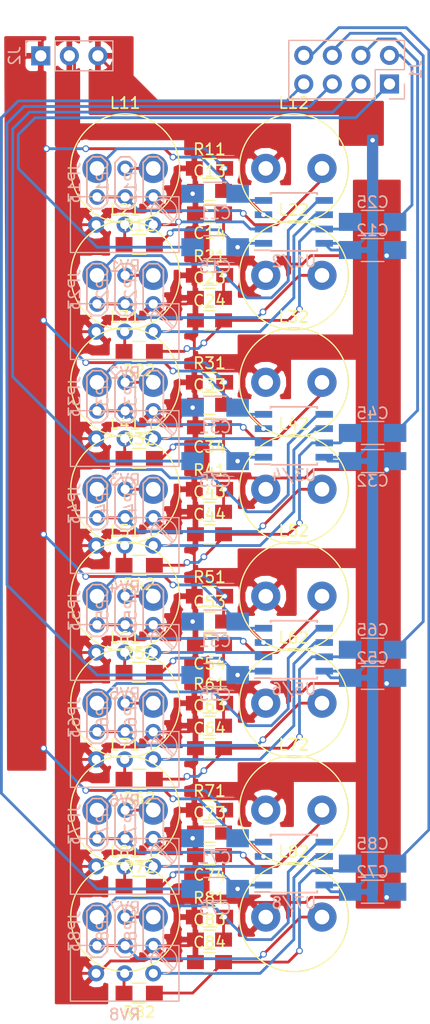
<source format=kicad_pcb>
(kicad_pcb (version 4) (host pcbnew 4.0.6)
  (layers (0 F.Cu signal) (31 B.Cu signal) (34 B.Paste user) (35 F.Paste user) (36 B.SilkS user) (37 F.SilkS user) (38 B.Mask user) (39 F.Mask user) (44 Edge.Cuts user))
  (net 0 "")
  (net 1 -9VA)
  (net 2 +9V)
  (net 3 GND)
  (net 4 "Net-(C13-Pad2)")
  (net 5 "Net-(C14-Pad1)")
  (net 6 "Net-(C15-Pad1)")
  (net 7 "Net-(C23-Pad2)")
  (net 8 "Net-(C24-Pad2)")
  (net 9 "Net-(C25-Pad1)")
  (net 10 "Net-(C33-Pad2)")
  (net 11 "Net-(C34-Pad1)")
  (net 12 "Net-(C35-Pad1)")
  (net 13 "Net-(C43-Pad2)")
  (net 14 "Net-(C44-Pad2)")
  (net 15 "Net-(C45-Pad1)")
  (net 16 "Net-(C53-Pad2)")
  (net 17 "Net-(C54-Pad1)")
  (net 18 "Net-(C55-Pad1)")
  (net 19 "Net-(C63-Pad2)")
  (net 20 "Net-(C64-Pad2)")
  (net 21 "Net-(C65-Pad1)")
  (net 22 "Net-(C73-Pad2)")
  (net 23 "Net-(C74-Pad1)")
  (net 24 "Net-(C75-Pad1)")
  (net 25 "Net-(C83-Pad2)")
  (net 26 "Net-(C84-Pad2)")
  (net 27 "Net-(C85-Pad1)")
  (net 28 "Net-(R12-Pad1)")
  (net 29 "Net-(R22-Pad2)")
  (net 30 "Net-(R32-Pad1)")
  (net 31 "Net-(R42-Pad2)")
  (net 32 "Net-(R52-Pad1)")
  (net 33 "Net-(R62-Pad2)")
  (net 34 "Net-(R72-Pad1)")
  (net 35 "Net-(R82-Pad2)")
  (net 36 "Net-(RV1-Pad1)")
  (net 37 "Net-(RV2-Pad1)")
  (net 38 "Net-(RV3-Pad1)")
  (net 39 "Net-(RV4-Pad1)")
  (net 40 "Net-(RV5-Pad1)")
  (net 41 "Net-(RV6-Pad1)")
  (net 42 "Net-(RV7-Pad1)")
  (net 43 "Net-(RV8-Pad1)")
  (net 44 "Net-(JP11-Pad1)")
  (net 45 "Net-(JP12-Pad2)")
  (net 46 "Net-(JP21-Pad1)")
  (net 47 "Net-(JP22-Pad2)")
  (net 48 "Net-(JP31-Pad1)")
  (net 49 "Net-(JP32-Pad2)")
  (net 50 "Net-(JP41-Pad1)")
  (net 51 "Net-(JP42-Pad2)")
  (net 52 "Net-(JP51-Pad1)")
  (net 53 "Net-(JP52-Pad2)")
  (net 54 "Net-(JP61-Pad1)")
  (net 55 "Net-(JP62-Pad2)")
  (net 56 "Net-(JP71-Pad1)")
  (net 57 "Net-(JP72-Pad2)")
  (net 58 "Net-(JP81-Pad1)")
  (net 59 "Net-(JP82-Pad2)")
  (module Capacitors_SMD:C_1206_HandSoldering (layer B.Cu) (at 154.5 79.25)
    (fp_text reference C11 (at 0 1.75) (layer B.SilkS) (effects (justify mirror)))
    (fp_text value C)
    (pad 1 smd rect (at -2 0) (size 2 1.6) (layers B.Cu B.Paste B.Mask) (net 3 GND))
    (pad 2 smd rect (at 2 0) (size 2 1.6) (layers B.Cu B.Paste B.Mask) (net 1 -9VA))
  )
  (module Capacitors_SMD:C_1206_HandSoldering (layer B.Cu) (at 168.5 84.25 180)
    (fp_text reference C12 (at 0 1.75 180) (layer B.SilkS) (effects (justify mirror)))
    (fp_text value C)
    (pad 1 smd rect (at -2 0 180) (size 2 1.6) (layers B.Cu B.Paste B.Mask) (net 3 GND))
    (pad 2 smd rect (at 2 0 180) (size 2 1.6) (layers B.Cu B.Paste B.Mask) (net 2 +9V))
  )
  (module Capacitors_SMD:C_0805_HandSoldering (layer F.Cu) (at 154 79)
    (fp_text reference C13 (at 0 -1.75) (layer F.SilkS))
    (fp_text value C)
    (pad 1 smd rect (at -1.25 0) (size 1.5 1.25) (layers F.Cu F.Paste F.Mask) (net 3 GND))
    (pad 2 smd rect (at 1.25 0) (size 1.5 1.25) (layers F.Cu F.Paste F.Mask) (net 4 "Net-(C13-Pad2)"))
  )
  (module Capacitors_SMD:C_0805_HandSoldering (layer F.Cu) (at 154 81 180)
    (fp_text reference C14 (at 0 -1.75 180) (layer F.SilkS))
    (fp_text value C)
    (pad 1 smd rect (at -1.25 0 180) (size 1.5 1.25) (layers F.Cu F.Paste F.Mask) (net 5 "Net-(C14-Pad1)"))
    (pad 2 smd rect (at 1.25 0 180) (size 1.5 1.25) (layers F.Cu F.Paste F.Mask) (net 3 GND))
  )
  (module Capacitors_SMD:C_1206_HandSoldering (layer B.Cu) (at 154.5 84)
    (fp_text reference C15 (at 0 1.75) (layer B.SilkS) (effects (justify mirror)))
    (fp_text value C)
    (pad 1 smd rect (at -2 0) (size 2 1.6) (layers B.Cu B.Paste B.Mask) (net 6 "Net-(C15-Pad1)"))
    (pad 2 smd rect (at 2 0) (size 2 1.6) (layers B.Cu B.Paste B.Mask) (net 5 "Net-(C14-Pad1)"))
  )
  (module Capacitors_SMD:C_0805_HandSoldering (layer F.Cu) (at 154 88.5)
    (fp_text reference C23 (at 0 -1.75) (layer F.SilkS))
    (fp_text value C)
    (pad 1 smd rect (at -1.25 0) (size 1.5 1.25) (layers F.Cu F.Paste F.Mask) (net 3 GND))
    (pad 2 smd rect (at 1.25 0) (size 1.5 1.25) (layers F.Cu F.Paste F.Mask) (net 7 "Net-(C23-Pad2)"))
  )
  (module Capacitors_SMD:C_0805_HandSoldering (layer F.Cu) (at 154 90.5)
    (fp_text reference C24 (at 0 -1.75) (layer F.SilkS))
    (fp_text value C)
    (pad 1 smd rect (at -1.25 0) (size 1.5 1.25) (layers F.Cu F.Paste F.Mask) (net 3 GND))
    (pad 2 smd rect (at 1.25 0) (size 1.5 1.25) (layers F.Cu F.Paste F.Mask) (net 8 "Net-(C24-Pad2)"))
  )
  (module Capacitors_SMD:C_1206_HandSoldering (layer B.Cu) (at 168.5 81.75 180)
    (fp_text reference C25 (at 0 1.75 180) (layer B.SilkS) (effects (justify mirror)))
    (fp_text value C)
    (pad 1 smd rect (at -2 0 180) (size 2 1.6) (layers B.Cu B.Paste B.Mask) (net 9 "Net-(C25-Pad1)"))
    (pad 2 smd rect (at 2 0 180) (size 2 1.6) (layers B.Cu B.Paste B.Mask) (net 8 "Net-(C24-Pad2)"))
  )
  (module Capacitors_SMD:C_1206_HandSoldering (layer B.Cu) (at 154.5 98.25)
    (fp_text reference C31 (at 0 1.75) (layer B.SilkS) (effects (justify mirror)))
    (fp_text value C)
    (pad 1 smd rect (at -2 0) (size 2 1.6) (layers B.Cu B.Paste B.Mask) (net 3 GND))
    (pad 2 smd rect (at 2 0) (size 2 1.6) (layers B.Cu B.Paste B.Mask) (net 1 -9VA))
  )
  (module Capacitors_SMD:C_1206_HandSoldering (layer B.Cu) (at 168.5 103)
    (fp_text reference C32 (at 0 1.75) (layer B.SilkS) (effects (justify mirror)))
    (fp_text value C)
    (pad 1 smd rect (at -2 0) (size 2 1.6) (layers B.Cu B.Paste B.Mask) (net 2 +9V))
    (pad 2 smd rect (at 2 0) (size 2 1.6) (layers B.Cu B.Paste B.Mask) (net 3 GND))
  )
  (module Capacitors_SMD:C_0805_HandSoldering (layer F.Cu) (at 154 98)
    (fp_text reference C33 (at 0 -1.75) (layer F.SilkS))
    (fp_text value C)
    (pad 1 smd rect (at -1.25 0) (size 1.5 1.25) (layers F.Cu F.Paste F.Mask) (net 3 GND))
    (pad 2 smd rect (at 1.25 0) (size 1.5 1.25) (layers F.Cu F.Paste F.Mask) (net 10 "Net-(C33-Pad2)"))
  )
  (module Capacitors_SMD:C_0805_HandSoldering (layer F.Cu) (at 154 100 180)
    (fp_text reference C34 (at 0 -1.75 180) (layer F.SilkS))
    (fp_text value C)
    (pad 1 smd rect (at -1.25 0 180) (size 1.5 1.25) (layers F.Cu F.Paste F.Mask) (net 11 "Net-(C34-Pad1)"))
    (pad 2 smd rect (at 1.25 0 180) (size 1.5 1.25) (layers F.Cu F.Paste F.Mask) (net 3 GND))
  )
  (module Capacitors_SMD:C_1206_HandSoldering (layer B.Cu) (at 154.5 103)
    (fp_text reference C35 (at 0 1.75) (layer B.SilkS) (effects (justify mirror)))
    (fp_text value C)
    (pad 1 smd rect (at -2 0) (size 2 1.6) (layers B.Cu B.Paste B.Mask) (net 12 "Net-(C35-Pad1)"))
    (pad 2 smd rect (at 2 0) (size 2 1.6) (layers B.Cu B.Paste B.Mask) (net 11 "Net-(C34-Pad1)"))
  )
  (module Capacitors_SMD:C_0805_HandSoldering (layer F.Cu) (at 154 107.5)
    (fp_text reference C43 (at 0 -1.75) (layer F.SilkS))
    (fp_text value C)
    (pad 1 smd rect (at -1.25 0) (size 1.5 1.25) (layers F.Cu F.Paste F.Mask) (net 3 GND))
    (pad 2 smd rect (at 1.25 0) (size 1.5 1.25) (layers F.Cu F.Paste F.Mask) (net 13 "Net-(C43-Pad2)"))
  )
  (module Capacitors_SMD:C_0805_HandSoldering (layer F.Cu) (at 154 109.5)
    (fp_text reference C44 (at 0 -1.75) (layer F.SilkS))
    (fp_text value C)
    (pad 1 smd rect (at -1.25 0) (size 1.5 1.25) (layers F.Cu F.Paste F.Mask) (net 3 GND))
    (pad 2 smd rect (at 1.25 0) (size 1.5 1.25) (layers F.Cu F.Paste F.Mask) (net 14 "Net-(C44-Pad2)"))
  )
  (module Capacitors_SMD:C_1206_HandSoldering (layer B.Cu) (at 168.5 100.5 180)
    (fp_text reference C45 (at 0 1.75 180) (layer B.SilkS) (effects (justify mirror)))
    (fp_text value C)
    (pad 1 smd rect (at -2 0 180) (size 2 1.6) (layers B.Cu B.Paste B.Mask) (net 15 "Net-(C45-Pad1)"))
    (pad 2 smd rect (at 2 0 180) (size 2 1.6) (layers B.Cu B.Paste B.Mask) (net 14 "Net-(C44-Pad2)"))
  )
  (module Capacitors_SMD:C_1206_HandSoldering (layer B.Cu) (at 154.5 117.25)
    (fp_text reference C51 (at 0 1.75) (layer B.SilkS) (effects (justify mirror)))
    (fp_text value C)
    (pad 1 smd rect (at -2 0) (size 2 1.6) (layers B.Cu B.Paste B.Mask) (net 3 GND))
    (pad 2 smd rect (at 2 0) (size 2 1.6) (layers B.Cu B.Paste B.Mask) (net 1 -9VA))
  )
  (module Capacitors_SMD:C_1206_HandSoldering (layer B.Cu) (at 168.5 122.25 180)
    (fp_text reference C52 (at 0 1.75 180) (layer B.SilkS) (effects (justify mirror)))
    (fp_text value C)
    (pad 1 smd rect (at -2 0 180) (size 2 1.6) (layers B.Cu B.Paste B.Mask) (net 3 GND))
    (pad 2 smd rect (at 2 0 180) (size 2 1.6) (layers B.Cu B.Paste B.Mask) (net 2 +9V))
  )
  (module Capacitors_SMD:C_0805_HandSoldering (layer F.Cu) (at 154 117.25)
    (fp_text reference C53 (at 0 -1.75) (layer F.SilkS))
    (fp_text value C)
    (pad 1 smd rect (at -1.25 0) (size 1.5 1.25) (layers F.Cu F.Paste F.Mask) (net 3 GND))
    (pad 2 smd rect (at 1.25 0) (size 1.5 1.25) (layers F.Cu F.Paste F.Mask) (net 16 "Net-(C53-Pad2)"))
  )
  (module Capacitors_SMD:C_0805_HandSoldering (layer F.Cu) (at 154 119.25 180)
    (fp_text reference C54 (at 0 -1.75 180) (layer F.SilkS))
    (fp_text value C)
    (pad 1 smd rect (at -1.25 0 180) (size 1.5 1.25) (layers F.Cu F.Paste F.Mask) (net 17 "Net-(C54-Pad1)"))
    (pad 2 smd rect (at 1.25 0 180) (size 1.5 1.25) (layers F.Cu F.Paste F.Mask) (net 3 GND))
  )
  (module Capacitors_SMD:C_1206_HandSoldering (layer B.Cu) (at 154.5 122)
    (fp_text reference C55 (at 0 1.75) (layer B.SilkS) (effects (justify mirror)))
    (fp_text value C)
    (pad 1 smd rect (at -2 0) (size 2 1.6) (layers B.Cu B.Paste B.Mask) (net 18 "Net-(C55-Pad1)"))
    (pad 2 smd rect (at 2 0) (size 2 1.6) (layers B.Cu B.Paste B.Mask) (net 17 "Net-(C54-Pad1)"))
  )
  (module Capacitors_SMD:C_0805_HandSoldering (layer F.Cu) (at 154 126.5)
    (fp_text reference C63 (at 0 -1.75) (layer F.SilkS))
    (fp_text value C)
    (pad 1 smd rect (at -1.25 0) (size 1.5 1.25) (layers F.Cu F.Paste F.Mask) (net 3 GND))
    (pad 2 smd rect (at 1.25 0) (size 1.5 1.25) (layers F.Cu F.Paste F.Mask) (net 19 "Net-(C63-Pad2)"))
  )
  (module Capacitors_SMD:C_0805_HandSoldering (layer F.Cu) (at 154 128.5)
    (fp_text reference C64 (at 0 -1.75) (layer F.SilkS))
    (fp_text value C)
    (pad 1 smd rect (at -1.25 0) (size 1.5 1.25) (layers F.Cu F.Paste F.Mask) (net 3 GND))
    (pad 2 smd rect (at 1.25 0) (size 1.5 1.25) (layers F.Cu F.Paste F.Mask) (net 20 "Net-(C64-Pad2)"))
  )
  (module Capacitors_SMD:C_1206_HandSoldering (layer B.Cu) (at 168.5 119.75 180)
    (fp_text reference C65 (at 0 1.75 180) (layer B.SilkS) (effects (justify mirror)))
    (fp_text value C)
    (pad 1 smd rect (at -2 0 180) (size 2 1.6) (layers B.Cu B.Paste B.Mask) (net 21 "Net-(C65-Pad1)"))
    (pad 2 smd rect (at 2 0 180) (size 2 1.6) (layers B.Cu B.Paste B.Mask) (net 20 "Net-(C64-Pad2)"))
  )
  (module Capacitors_SMD:C_1206_HandSoldering (layer B.Cu) (at 154.5 136.5)
    (fp_text reference C71 (at 0 1.75) (layer B.SilkS) (effects (justify mirror)))
    (fp_text value C)
    (pad 1 smd rect (at -2 0) (size 2 1.6) (layers B.Cu B.Paste B.Mask) (net 3 GND))
    (pad 2 smd rect (at 2 0) (size 2 1.6) (layers B.Cu B.Paste B.Mask) (net 1 -9VA))
  )
  (module Capacitors_SMD:C_1206_HandSoldering (layer B.Cu) (at 168.5 141.25 180)
    (fp_text reference C72 (at 0 1.75 180) (layer B.SilkS) (effects (justify mirror)))
    (fp_text value C)
    (pad 1 smd rect (at -2 0 180) (size 2 1.6) (layers B.Cu B.Paste B.Mask) (net 3 GND))
    (pad 2 smd rect (at 2 0 180) (size 2 1.6) (layers B.Cu B.Paste B.Mask) (net 2 +9V))
  )
  (module Capacitors_SMD:C_0805_HandSoldering (layer F.Cu) (at 154 136)
    (fp_text reference C73 (at 0 -1.75) (layer F.SilkS))
    (fp_text value C)
    (pad 1 smd rect (at -1.25 0) (size 1.5 1.25) (layers F.Cu F.Paste F.Mask) (net 3 GND))
    (pad 2 smd rect (at 1.25 0) (size 1.5 1.25) (layers F.Cu F.Paste F.Mask) (net 22 "Net-(C73-Pad2)"))
  )
  (module Capacitors_SMD:C_0805_HandSoldering (layer F.Cu) (at 154 138 180)
    (fp_text reference C74 (at 0 -1.75 180) (layer F.SilkS))
    (fp_text value C)
    (pad 1 smd rect (at -1.25 0 180) (size 1.5 1.25) (layers F.Cu F.Paste F.Mask) (net 23 "Net-(C74-Pad1)"))
    (pad 2 smd rect (at 1.25 0 180) (size 1.5 1.25) (layers F.Cu F.Paste F.Mask) (net 3 GND))
  )
  (module Capacitors_SMD:C_1206_HandSoldering (layer B.Cu) (at 154.5 141)
    (fp_text reference C75 (at 0 1.75) (layer B.SilkS) (effects (justify mirror)))
    (fp_text value C)
    (pad 1 smd rect (at -2 0) (size 2 1.6) (layers B.Cu B.Paste B.Mask) (net 24 "Net-(C75-Pad1)"))
    (pad 2 smd rect (at 2 0) (size 2 1.6) (layers B.Cu B.Paste B.Mask) (net 23 "Net-(C74-Pad1)"))
  )
  (module Capacitors_SMD:C_0805_HandSoldering (layer F.Cu) (at 154 145.5)
    (fp_text reference C83 (at 0 -1.75) (layer F.SilkS))
    (fp_text value C)
    (pad 1 smd rect (at -1.25 0) (size 1.5 1.25) (layers F.Cu F.Paste F.Mask) (net 3 GND))
    (pad 2 smd rect (at 1.25 0) (size 1.5 1.25) (layers F.Cu F.Paste F.Mask) (net 25 "Net-(C83-Pad2)"))
  )
  (module Capacitors_SMD:C_0805_HandSoldering (layer F.Cu) (at 154 147.5)
    (fp_text reference C84 (at 0 -1.75) (layer F.SilkS))
    (fp_text value C)
    (pad 1 smd rect (at -1.25 0) (size 1.5 1.25) (layers F.Cu F.Paste F.Mask) (net 3 GND))
    (pad 2 smd rect (at 1.25 0) (size 1.5 1.25) (layers F.Cu F.Paste F.Mask) (net 26 "Net-(C84-Pad2)"))
  )
  (module Capacitors_SMD:C_1206_HandSoldering (layer B.Cu) (at 168.5 138.75 180)
    (fp_text reference C85 (at 0 1.75 180) (layer B.SilkS) (effects (justify mirror)))
    (fp_text value C)
    (pad 1 smd rect (at -2 0 180) (size 2 1.6) (layers B.Cu B.Paste B.Mask) (net 27 "Net-(C85-Pad1)"))
    (pad 2 smd rect (at 2 0 180) (size 2 1.6) (layers B.Cu B.Paste B.Mask) (net 26 "Net-(C84-Pad2)"))
  )
  (module Pin_Headers:Pin_Header_Straight_2x04_Pitch2.54mm (layer B.Cu) (at 170 69.5 90)
    (fp_text reference J1 (at 1.27 2.33 90) (layer B.SilkS) (effects (justify mirror)))
    (fp_text value CONN_02X04)
    (pad 1 thru_hole rect (at 0 0 90) (size 1.7 1.7) (drill 1) (layers *.Cu *.Mask) (net 6 "Net-(C15-Pad1)"))
    (pad 2 thru_hole oval (at 2.54 0 90) (size 1.7 1.7) (drill 1) (layers *.Cu *.Mask) (net 9 "Net-(C25-Pad1)"))
    (pad 3 thru_hole oval (at 0 -2.54 90) (size 1.7 1.7) (drill 1) (layers *.Cu *.Mask) (net 12 "Net-(C35-Pad1)"))
    (pad 4 thru_hole oval (at 2.54 -2.54 90) (size 1.7 1.7) (drill 1) (layers *.Cu *.Mask) (net 15 "Net-(C45-Pad1)"))
    (pad 5 thru_hole oval (at 0 -5.08 90) (size 1.7 1.7) (drill 1) (layers *.Cu *.Mask) (net 18 "Net-(C55-Pad1)"))
    (pad 6 thru_hole oval (at 2.54 -5.08 90) (size 1.7 1.7) (drill 1) (layers *.Cu *.Mask) (net 21 "Net-(C65-Pad1)"))
    (pad 7 thru_hole oval (at 0 -7.62 90) (size 1.7 1.7) (drill 1) (layers *.Cu *.Mask) (net 24 "Net-(C75-Pad1)"))
    (pad 8 thru_hole oval (at 2.54 -7.62 90) (size 1.7 1.7) (drill 1) (layers *.Cu *.Mask) (net 27 "Net-(C85-Pad1)"))
  )
  (module Pin_Headers:Pin_Header_Straight_1x03_Pitch2.54mm (layer B.Cu) (at 139 67 270)
    (fp_text reference J2 (at 0 2.33 270) (layer B.SilkS) (effects (justify mirror)))
    (fp_text value CONN_01X03)
    (pad 1 thru_hole rect (at 0 0 270) (size 1.7 1.7) (drill 1) (layers *.Cu *.Mask) (net 1 -9VA))
    (pad 2 thru_hole oval (at 0 -2.54 270) (size 1.7 1.7) (drill 1) (layers *.Cu *.Mask) (net 3 GND))
    (pad 3 thru_hole oval (at 0 -5.08 270) (size 1.7 1.7) (drill 1) (layers *.Cu *.Mask) (net 2 +9V))
  )
  (module Inductors_THT:L_Radial_D9.5mm_P5.00mm_Fastron_07HVP (layer F.Cu) (at 144 77)
    (fp_text reference L11 (at 2.5 -5.81) (layer F.SilkS))
    (fp_text value L)
    (pad 1 thru_hole circle (at 0 0) (size 2.6 2.6) (drill 1.3) (layers *.Cu *.Mask) (net 4 "Net-(C13-Pad2)"))
    (pad 2 thru_hole circle (at 5 0) (size 2.6 2.6) (drill 1.3) (layers *.Cu *.Mask) (net 44 "Net-(JP11-Pad1)"))
  )
  (module Inductors_THT:L_Radial_D9.5mm_P5.00mm_Fastron_07HVP (layer F.Cu) (at 159 77)
    (fp_text reference L12 (at 2.5 -5.81) (layer F.SilkS))
    (fp_text value L)
    (pad 1 thru_hole circle (at 0 0) (size 2.6 2.6) (drill 1.3) (layers *.Cu *.Mask) (net 3 GND))
    (pad 2 thru_hole circle (at 5 0) (size 2.6 2.6) (drill 1.3) (layers *.Cu *.Mask) (net 45 "Net-(JP12-Pad2)"))
  )
  (module Inductors_THT:L_Radial_D9.5mm_P5.00mm_Fastron_07HVP (layer F.Cu) (at 144 86.5)
    (fp_text reference L21 (at 2.5 -5.81) (layer F.SilkS))
    (fp_text value L)
    (pad 1 thru_hole circle (at 0 0) (size 2.6 2.6) (drill 1.3) (layers *.Cu *.Mask) (net 7 "Net-(C23-Pad2)"))
    (pad 2 thru_hole circle (at 5 0) (size 2.6 2.6) (drill 1.3) (layers *.Cu *.Mask) (net 46 "Net-(JP21-Pad1)"))
  )
  (module Inductors_THT:L_Radial_D9.5mm_P5.00mm_Fastron_07HVP (layer F.Cu) (at 159 86.5)
    (fp_text reference L22 (at 2.5 -5.81) (layer F.SilkS))
    (fp_text value L)
    (pad 1 thru_hole circle (at 0 0) (size 2.6 2.6) (drill 1.3) (layers *.Cu *.Mask) (net 3 GND))
    (pad 2 thru_hole circle (at 5 0) (size 2.6 2.6) (drill 1.3) (layers *.Cu *.Mask) (net 47 "Net-(JP22-Pad2)"))
  )
  (module Inductors_THT:L_Radial_D9.5mm_P5.00mm_Fastron_07HVP (layer F.Cu) (at 144 96)
    (fp_text reference L31 (at 2.5 -5.81) (layer F.SilkS))
    (fp_text value L)
    (pad 1 thru_hole circle (at 0 0) (size 2.6 2.6) (drill 1.3) (layers *.Cu *.Mask) (net 10 "Net-(C33-Pad2)"))
    (pad 2 thru_hole circle (at 5 0) (size 2.6 2.6) (drill 1.3) (layers *.Cu *.Mask) (net 48 "Net-(JP31-Pad1)"))
  )
  (module Inductors_THT:L_Radial_D9.5mm_P5.00mm_Fastron_07HVP (layer F.Cu) (at 159 96)
    (fp_text reference L32 (at 2.5 -5.81) (layer F.SilkS))
    (fp_text value L)
    (pad 1 thru_hole circle (at 0 0) (size 2.6 2.6) (drill 1.3) (layers *.Cu *.Mask) (net 3 GND))
    (pad 2 thru_hole circle (at 5 0) (size 2.6 2.6) (drill 1.3) (layers *.Cu *.Mask) (net 49 "Net-(JP32-Pad2)"))
  )
  (module Inductors_THT:L_Radial_D9.5mm_P5.00mm_Fastron_07HVP (layer F.Cu) (at 144 105.5)
    (fp_text reference L41 (at 2.5 -5.81) (layer F.SilkS))
    (fp_text value L)
    (pad 1 thru_hole circle (at 0 0) (size 2.6 2.6) (drill 1.3) (layers *.Cu *.Mask) (net 13 "Net-(C43-Pad2)"))
    (pad 2 thru_hole circle (at 5 0) (size 2.6 2.6) (drill 1.3) (layers *.Cu *.Mask) (net 50 "Net-(JP41-Pad1)"))
  )
  (module Inductors_THT:L_Radial_D9.5mm_P5.00mm_Fastron_07HVP (layer F.Cu) (at 159 105.5)
    (fp_text reference L42 (at 2.5 -5.81) (layer F.SilkS))
    (fp_text value L)
    (pad 1 thru_hole circle (at 0 0) (size 2.6 2.6) (drill 1.3) (layers *.Cu *.Mask) (net 3 GND))
    (pad 2 thru_hole circle (at 5 0) (size 2.6 2.6) (drill 1.3) (layers *.Cu *.Mask) (net 51 "Net-(JP42-Pad2)"))
  )
  (module Inductors_THT:L_Radial_D9.5mm_P5.00mm_Fastron_07HVP (layer F.Cu) (at 144 115)
    (fp_text reference L51 (at 2.5 -5.81) (layer F.SilkS))
    (fp_text value L)
    (pad 1 thru_hole circle (at 0 0) (size 2.6 2.6) (drill 1.3) (layers *.Cu *.Mask) (net 16 "Net-(C53-Pad2)"))
    (pad 2 thru_hole circle (at 5 0) (size 2.6 2.6) (drill 1.3) (layers *.Cu *.Mask) (net 52 "Net-(JP51-Pad1)"))
  )
  (module Inductors_THT:L_Radial_D9.5mm_P5.00mm_Fastron_07HVP (layer F.Cu) (at 159 115)
    (fp_text reference L52 (at 2.5 -5.81) (layer F.SilkS))
    (fp_text value L)
    (pad 1 thru_hole circle (at 0 0) (size 2.6 2.6) (drill 1.3) (layers *.Cu *.Mask) (net 3 GND))
    (pad 2 thru_hole circle (at 5 0) (size 2.6 2.6) (drill 1.3) (layers *.Cu *.Mask) (net 53 "Net-(JP52-Pad2)"))
  )
  (module Inductors_THT:L_Radial_D9.5mm_P5.00mm_Fastron_07HVP (layer F.Cu) (at 144 124.5)
    (fp_text reference L61 (at 2.5 -5.81) (layer F.SilkS))
    (fp_text value L)
    (pad 1 thru_hole circle (at 0 0) (size 2.6 2.6) (drill 1.3) (layers *.Cu *.Mask) (net 19 "Net-(C63-Pad2)"))
    (pad 2 thru_hole circle (at 5 0) (size 2.6 2.6) (drill 1.3) (layers *.Cu *.Mask) (net 54 "Net-(JP61-Pad1)"))
  )
  (module Inductors_THT:L_Radial_D9.5mm_P5.00mm_Fastron_07HVP (layer F.Cu) (at 159 124.5)
    (fp_text reference L62 (at 2.5 -5.81) (layer F.SilkS))
    (fp_text value L)
    (pad 1 thru_hole circle (at 0 0) (size 2.6 2.6) (drill 1.3) (layers *.Cu *.Mask) (net 3 GND))
    (pad 2 thru_hole circle (at 5 0) (size 2.6 2.6) (drill 1.3) (layers *.Cu *.Mask) (net 55 "Net-(JP62-Pad2)"))
  )
  (module Inductors_THT:L_Radial_D9.5mm_P5.00mm_Fastron_07HVP (layer F.Cu) (at 144 134)
    (fp_text reference L71 (at 2.5 -5.81) (layer F.SilkS))
    (fp_text value L)
    (pad 1 thru_hole circle (at 0 0) (size 2.6 2.6) (drill 1.3) (layers *.Cu *.Mask) (net 22 "Net-(C73-Pad2)"))
    (pad 2 thru_hole circle (at 5 0) (size 2.6 2.6) (drill 1.3) (layers *.Cu *.Mask) (net 56 "Net-(JP71-Pad1)"))
  )
  (module Inductors_THT:L_Radial_D9.5mm_P5.00mm_Fastron_07HVP (layer F.Cu) (at 159 134)
    (fp_text reference L72 (at 2.5 -5.81) (layer F.SilkS))
    (fp_text value L)
    (pad 1 thru_hole circle (at 0 0) (size 2.6 2.6) (drill 1.3) (layers *.Cu *.Mask) (net 3 GND))
    (pad 2 thru_hole circle (at 5 0) (size 2.6 2.6) (drill 1.3) (layers *.Cu *.Mask) (net 57 "Net-(JP72-Pad2)"))
  )
  (module Inductors_THT:L_Radial_D9.5mm_P5.00mm_Fastron_07HVP (layer F.Cu) (at 144 143.5)
    (fp_text reference L81 (at 2.5 -5.81) (layer F.SilkS))
    (fp_text value L)
    (pad 1 thru_hole circle (at 0 0) (size 2.6 2.6) (drill 1.3) (layers *.Cu *.Mask) (net 25 "Net-(C83-Pad2)"))
    (pad 2 thru_hole circle (at 5 0) (size 2.6 2.6) (drill 1.3) (layers *.Cu *.Mask) (net 58 "Net-(JP81-Pad1)"))
  )
  (module Inductors_THT:L_Radial_D9.5mm_P5.00mm_Fastron_07HVP (layer F.Cu) (at 159 143.5)
    (fp_text reference L82 (at 2.5 -5.81) (layer F.SilkS))
    (fp_text value L)
    (pad 1 thru_hole circle (at 0 0) (size 2.6 2.6) (drill 1.3) (layers *.Cu *.Mask) (net 3 GND))
    (pad 2 thru_hole circle (at 5 0) (size 2.6 2.6) (drill 1.3) (layers *.Cu *.Mask) (net 59 "Net-(JP82-Pad2)"))
  )
  (module Resistors_SMD:R_0805_HandSoldering (layer F.Cu) (at 154 77)
    (fp_text reference R11 (at 0 -1.7) (layer F.SilkS))
    (fp_text value R)
    (pad 1 smd rect (at -1.35 0) (size 1.5 1.3) (layers F.Cu F.Paste F.Mask) (net 3 GND))
    (pad 2 smd rect (at 1.35 0) (size 1.5 1.3) (layers F.Cu F.Paste F.Mask) (net 4 "Net-(C13-Pad2)"))
  )
  (module Resistors_SMD:R_0805_HandSoldering (layer F.Cu) (at 147.75 83.75)
    (fp_text reference R12 (at 0 -1.7) (layer F.SilkS))
    (fp_text value R)
    (pad 1 smd rect (at -1.35 0) (size 1.5 1.3) (layers F.Cu F.Paste F.Mask) (net 28 "Net-(R12-Pad1)"))
    (pad 2 smd rect (at 1.35 0) (size 1.5 1.3) (layers F.Cu F.Paste F.Mask) (net 5 "Net-(C14-Pad1)"))
  )
  (module Resistors_SMD:R_0805_HandSoldering (layer F.Cu) (at 154 86.5)
    (fp_text reference R21 (at 0 -1.7) (layer F.SilkS))
    (fp_text value R)
    (pad 1 smd rect (at -1.35 0) (size 1.5 1.3) (layers F.Cu F.Paste F.Mask) (net 3 GND))
    (pad 2 smd rect (at 1.35 0) (size 1.5 1.3) (layers F.Cu F.Paste F.Mask) (net 7 "Net-(C23-Pad2)"))
  )
  (module Resistors_SMD:R_0805_HandSoldering (layer F.Cu) (at 147.75 93.25 180)
    (fp_text reference R22 (at 0 -1.7 180) (layer F.SilkS))
    (fp_text value R)
    (pad 1 smd rect (at -1.35 0 180) (size 1.5 1.3) (layers F.Cu F.Paste F.Mask) (net 8 "Net-(C24-Pad2)"))
    (pad 2 smd rect (at 1.35 0 180) (size 1.5 1.3) (layers F.Cu F.Paste F.Mask) (net 29 "Net-(R22-Pad2)"))
  )
  (module Resistors_SMD:R_0805_HandSoldering (layer F.Cu) (at 154 96)
    (fp_text reference R31 (at 0 -1.7) (layer F.SilkS))
    (fp_text value R)
    (pad 1 smd rect (at -1.35 0) (size 1.5 1.3) (layers F.Cu F.Paste F.Mask) (net 3 GND))
    (pad 2 smd rect (at 1.35 0) (size 1.5 1.3) (layers F.Cu F.Paste F.Mask) (net 10 "Net-(C33-Pad2)"))
  )
  (module Resistors_SMD:R_0805_HandSoldering (layer F.Cu) (at 147.75 102.75)
    (fp_text reference R32 (at 0 -1.7) (layer F.SilkS))
    (fp_text value R)
    (pad 1 smd rect (at -1.35 0) (size 1.5 1.3) (layers F.Cu F.Paste F.Mask) (net 30 "Net-(R32-Pad1)"))
    (pad 2 smd rect (at 1.35 0) (size 1.5 1.3) (layers F.Cu F.Paste F.Mask) (net 11 "Net-(C34-Pad1)"))
  )
  (module Resistors_SMD:R_0805_HandSoldering (layer F.Cu) (at 154 105.5)
    (fp_text reference R41 (at 0 -1.7) (layer F.SilkS))
    (fp_text value R)
    (pad 1 smd rect (at -1.35 0) (size 1.5 1.3) (layers F.Cu F.Paste F.Mask) (net 3 GND))
    (pad 2 smd rect (at 1.35 0) (size 1.5 1.3) (layers F.Cu F.Paste F.Mask) (net 13 "Net-(C43-Pad2)"))
  )
  (module Resistors_SMD:R_0805_HandSoldering (layer F.Cu) (at 147.75 112.25 180)
    (fp_text reference R42 (at 0 -1.7 180) (layer F.SilkS))
    (fp_text value R)
    (pad 1 smd rect (at -1.35 0 180) (size 1.5 1.3) (layers F.Cu F.Paste F.Mask) (net 14 "Net-(C44-Pad2)"))
    (pad 2 smd rect (at 1.35 0 180) (size 1.5 1.3) (layers F.Cu F.Paste F.Mask) (net 31 "Net-(R42-Pad2)"))
  )
  (module Resistors_SMD:R_0805_HandSoldering (layer F.Cu) (at 154 115)
    (fp_text reference R51 (at 0 -1.7) (layer F.SilkS))
    (fp_text value R)
    (pad 1 smd rect (at -1.35 0) (size 1.5 1.3) (layers F.Cu F.Paste F.Mask) (net 3 GND))
    (pad 2 smd rect (at 1.35 0) (size 1.5 1.3) (layers F.Cu F.Paste F.Mask) (net 16 "Net-(C53-Pad2)"))
  )
  (module Resistors_SMD:R_0805_HandSoldering (layer F.Cu) (at 147.75 121.75)
    (fp_text reference R52 (at 0 -1.7) (layer F.SilkS))
    (fp_text value R)
    (pad 1 smd rect (at -1.35 0) (size 1.5 1.3) (layers F.Cu F.Paste F.Mask) (net 32 "Net-(R52-Pad1)"))
    (pad 2 smd rect (at 1.35 0) (size 1.5 1.3) (layers F.Cu F.Paste F.Mask) (net 17 "Net-(C54-Pad1)"))
  )
  (module Resistors_SMD:R_0805_HandSoldering (layer F.Cu) (at 147.75 131.25 180)
    (fp_text reference R62 (at 0 -1.7 180) (layer F.SilkS))
    (fp_text value R)
    (pad 1 smd rect (at -1.35 0 180) (size 1.5 1.3) (layers F.Cu F.Paste F.Mask) (net 20 "Net-(C64-Pad2)"))
    (pad 2 smd rect (at 1.35 0 180) (size 1.5 1.3) (layers F.Cu F.Paste F.Mask) (net 33 "Net-(R62-Pad2)"))
  )
  (module Resistors_SMD:R_0805_HandSoldering (layer F.Cu) (at 154 134)
    (fp_text reference R71 (at 0 -1.7) (layer F.SilkS))
    (fp_text value R)
    (pad 1 smd rect (at -1.35 0) (size 1.5 1.3) (layers F.Cu F.Paste F.Mask) (net 3 GND))
    (pad 2 smd rect (at 1.35 0) (size 1.5 1.3) (layers F.Cu F.Paste F.Mask) (net 22 "Net-(C73-Pad2)"))
  )
  (module Resistors_SMD:R_0805_HandSoldering (layer F.Cu) (at 147.75 140.75)
    (fp_text reference R72 (at 0 -1.7) (layer F.SilkS))
    (fp_text value R)
    (pad 1 smd rect (at -1.35 0) (size 1.5 1.3) (layers F.Cu F.Paste F.Mask) (net 34 "Net-(R72-Pad1)"))
    (pad 2 smd rect (at 1.35 0) (size 1.5 1.3) (layers F.Cu F.Paste F.Mask) (net 23 "Net-(C74-Pad1)"))
  )
  (module Resistors_SMD:R_0805_HandSoldering (layer F.Cu) (at 154 143.5)
    (fp_text reference R81 (at 0 -1.7) (layer F.SilkS))
    (fp_text value R)
    (pad 1 smd rect (at -1.35 0) (size 1.5 1.3) (layers F.Cu F.Paste F.Mask) (net 3 GND))
    (pad 2 smd rect (at 1.35 0) (size 1.5 1.3) (layers F.Cu F.Paste F.Mask) (net 25 "Net-(C83-Pad2)"))
  )
  (module Resistors_SMD:R_0805_HandSoldering (layer F.Cu) (at 147.75 150.25 180)
    (fp_text reference R82 (at 0 -1.7 180) (layer F.SilkS))
    (fp_text value R)
    (pad 1 smd rect (at -1.35 0 180) (size 1.5 1.3) (layers F.Cu F.Paste F.Mask) (net 26 "Net-(C84-Pad2)"))
    (pad 2 smd rect (at 1.35 0 180) (size 1.5 1.3) (layers F.Cu F.Paste F.Mask) (net 35 "Net-(R82-Pad2)"))
  )
  (module Potentiometers:Potentiometer_Trimmer_Bourns_3296W (layer B.Cu) (at 149 82)
    (fp_text reference RV1 (at -2.54 3.66) (layer B.SilkS) (effects (justify mirror)))
    (fp_text value POT)
    (pad 1 thru_hole circle (at 0 0) (size 1.44 1.44) (drill 0.8) (layers *.Cu *.Mask) (net 36 "Net-(RV1-Pad1)"))
    (pad 2 thru_hole circle (at -2.54 0) (size 1.44 1.44) (drill 0.8) (layers *.Cu *.Mask) (net 28 "Net-(R12-Pad1)"))
    (pad 3 thru_hole circle (at -5.08 0) (size 1.44 1.44) (drill 0.8) (layers *.Cu *.Mask) (net 3 GND))
  )
  (module Potentiometers:Potentiometer_Trimmer_Bourns_3296W (layer B.Cu) (at 149 91.5)
    (fp_text reference RV2 (at -2.54 3.66) (layer B.SilkS) (effects (justify mirror)))
    (fp_text value POT)
    (pad 1 thru_hole circle (at 0 0) (size 1.44 1.44) (drill 0.8) (layers *.Cu *.Mask) (net 37 "Net-(RV2-Pad1)"))
    (pad 2 thru_hole circle (at -2.54 0) (size 1.44 1.44) (drill 0.8) (layers *.Cu *.Mask) (net 29 "Net-(R22-Pad2)"))
    (pad 3 thru_hole circle (at -5.08 0) (size 1.44 1.44) (drill 0.8) (layers *.Cu *.Mask) (net 3 GND))
  )
  (module Potentiometers:Potentiometer_Trimmer_Bourns_3296W (layer B.Cu) (at 149 101)
    (fp_text reference RV3 (at -2.54 3.66) (layer B.SilkS) (effects (justify mirror)))
    (fp_text value POT)
    (pad 1 thru_hole circle (at 0 0) (size 1.44 1.44) (drill 0.8) (layers *.Cu *.Mask) (net 38 "Net-(RV3-Pad1)"))
    (pad 2 thru_hole circle (at -2.54 0) (size 1.44 1.44) (drill 0.8) (layers *.Cu *.Mask) (net 30 "Net-(R32-Pad1)"))
    (pad 3 thru_hole circle (at -5.08 0) (size 1.44 1.44) (drill 0.8) (layers *.Cu *.Mask) (net 3 GND))
  )
  (module Potentiometers:Potentiometer_Trimmer_Bourns_3296W (layer B.Cu) (at 149 110.5)
    (fp_text reference RV4 (at -2.54 3.66) (layer B.SilkS) (effects (justify mirror)))
    (fp_text value POT)
    (pad 1 thru_hole circle (at 0 0) (size 1.44 1.44) (drill 0.8) (layers *.Cu *.Mask) (net 39 "Net-(RV4-Pad1)"))
    (pad 2 thru_hole circle (at -2.54 0) (size 1.44 1.44) (drill 0.8) (layers *.Cu *.Mask) (net 31 "Net-(R42-Pad2)"))
    (pad 3 thru_hole circle (at -5.08 0) (size 1.44 1.44) (drill 0.8) (layers *.Cu *.Mask) (net 3 GND))
  )
  (module Potentiometers:Potentiometer_Trimmer_Bourns_3296W (layer B.Cu) (at 149 120)
    (fp_text reference RV5 (at -2.54 3.66) (layer B.SilkS) (effects (justify mirror)))
    (fp_text value POT)
    (pad 1 thru_hole circle (at 0 0) (size 1.44 1.44) (drill 0.8) (layers *.Cu *.Mask) (net 40 "Net-(RV5-Pad1)"))
    (pad 2 thru_hole circle (at -2.54 0) (size 1.44 1.44) (drill 0.8) (layers *.Cu *.Mask) (net 32 "Net-(R52-Pad1)"))
    (pad 3 thru_hole circle (at -5.08 0) (size 1.44 1.44) (drill 0.8) (layers *.Cu *.Mask) (net 3 GND))
  )
  (module Potentiometers:Potentiometer_Trimmer_Bourns_3296W (layer B.Cu) (at 149 129.5)
    (fp_text reference RV6 (at -2.54 3.66) (layer B.SilkS) (effects (justify mirror)))
    (fp_text value POT)
    (pad 1 thru_hole circle (at 0 0) (size 1.44 1.44) (drill 0.8) (layers *.Cu *.Mask) (net 41 "Net-(RV6-Pad1)"))
    (pad 2 thru_hole circle (at -2.54 0) (size 1.44 1.44) (drill 0.8) (layers *.Cu *.Mask) (net 33 "Net-(R62-Pad2)"))
    (pad 3 thru_hole circle (at -5.08 0) (size 1.44 1.44) (drill 0.8) (layers *.Cu *.Mask) (net 3 GND))
  )
  (module Potentiometers:Potentiometer_Trimmer_Bourns_3296W (layer B.Cu) (at 149 139)
    (fp_text reference RV7 (at -2.54 3.66) (layer B.SilkS) (effects (justify mirror)))
    (fp_text value POT)
    (pad 1 thru_hole circle (at 0 0) (size 1.44 1.44) (drill 0.8) (layers *.Cu *.Mask) (net 42 "Net-(RV7-Pad1)"))
    (pad 2 thru_hole circle (at -2.54 0) (size 1.44 1.44) (drill 0.8) (layers *.Cu *.Mask) (net 34 "Net-(R72-Pad1)"))
    (pad 3 thru_hole circle (at -5.08 0) (size 1.44 1.44) (drill 0.8) (layers *.Cu *.Mask) (net 3 GND))
  )
  (module Potentiometers:Potentiometer_Trimmer_Bourns_3296W (layer B.Cu) (at 149 148.5)
    (fp_text reference RV8 (at -2.54 3.66) (layer B.SilkS) (effects (justify mirror)))
    (fp_text value POT)
    (pad 1 thru_hole circle (at 0 0) (size 1.44 1.44) (drill 0.8) (layers *.Cu *.Mask) (net 43 "Net-(RV8-Pad1)"))
    (pad 2 thru_hole circle (at -2.54 0) (size 1.44 1.44) (drill 0.8) (layers *.Cu *.Mask) (net 35 "Net-(R82-Pad2)"))
    (pad 3 thru_hole circle (at -5.08 0) (size 1.44 1.44) (drill 0.8) (layers *.Cu *.Mask) (net 3 GND))
  )
  (module Housings_SOIC:SOIC-8_3.9x4.9mm_Pitch1.27mm (layer B.Cu) (at 161.5 81.75)
    (fp_text reference U1/2 (at 0 3.5) (layer B.SilkS) (effects (justify mirror)))
    (fp_text value TL072)
    (pad 1 smd rect (at -2.7 1.905) (size 1.55 0.6) (layers B.Cu B.Paste B.Mask) (net 5 "Net-(C14-Pad1)"))
    (pad 2 smd rect (at -2.7 0.635) (size 1.55 0.6) (layers B.Cu B.Paste B.Mask) (net 36 "Net-(RV1-Pad1)"))
    (pad 3 smd rect (at -2.7 -0.635) (size 1.55 0.6) (layers B.Cu B.Paste B.Mask) (net 4 "Net-(C13-Pad2)"))
    (pad 4 smd rect (at -2.7 -1.905) (size 1.55 0.6) (layers B.Cu B.Paste B.Mask) (net 1 -9VA))
    (pad 5 smd rect (at 2.7 -1.905) (size 1.55 0.6) (layers B.Cu B.Paste B.Mask) (net 7 "Net-(C23-Pad2)"))
    (pad 6 smd rect (at 2.7 -0.635) (size 1.55 0.6) (layers B.Cu B.Paste B.Mask) (net 37 "Net-(RV2-Pad1)"))
    (pad 7 smd rect (at 2.7 0.635) (size 1.55 0.6) (layers B.Cu B.Paste B.Mask) (net 8 "Net-(C24-Pad2)"))
    (pad 8 smd rect (at 2.7 1.905) (size 1.55 0.6) (layers B.Cu B.Paste B.Mask) (net 2 +9V))
  )
  (module Housings_SOIC:SOIC-8_3.9x4.9mm_Pitch1.27mm (layer B.Cu) (at 161.5 100.75)
    (fp_text reference U3/4 (at 0 3.5) (layer B.SilkS) (effects (justify mirror)))
    (fp_text value TL072)
    (pad 1 smd rect (at -2.7 1.905) (size 1.55 0.6) (layers B.Cu B.Paste B.Mask) (net 11 "Net-(C34-Pad1)"))
    (pad 2 smd rect (at -2.7 0.635) (size 1.55 0.6) (layers B.Cu B.Paste B.Mask) (net 38 "Net-(RV3-Pad1)"))
    (pad 3 smd rect (at -2.7 -0.635) (size 1.55 0.6) (layers B.Cu B.Paste B.Mask) (net 10 "Net-(C33-Pad2)"))
    (pad 4 smd rect (at -2.7 -1.905) (size 1.55 0.6) (layers B.Cu B.Paste B.Mask) (net 1 -9VA))
    (pad 5 smd rect (at 2.7 -1.905) (size 1.55 0.6) (layers B.Cu B.Paste B.Mask) (net 13 "Net-(C43-Pad2)"))
    (pad 6 smd rect (at 2.7 -0.635) (size 1.55 0.6) (layers B.Cu B.Paste B.Mask) (net 39 "Net-(RV4-Pad1)"))
    (pad 7 smd rect (at 2.7 0.635) (size 1.55 0.6) (layers B.Cu B.Paste B.Mask) (net 14 "Net-(C44-Pad2)"))
    (pad 8 smd rect (at 2.7 1.905) (size 1.55 0.6) (layers B.Cu B.Paste B.Mask) (net 2 +9V))
  )
  (module Housings_SOIC:SOIC-8_3.9x4.9mm_Pitch1.27mm (layer B.Cu) (at 161.5 119.75)
    (fp_text reference U5/6 (at 0 3.5) (layer B.SilkS) (effects (justify mirror)))
    (fp_text value TL072)
    (pad 1 smd rect (at -2.7 1.905) (size 1.55 0.6) (layers B.Cu B.Paste B.Mask) (net 17 "Net-(C54-Pad1)"))
    (pad 2 smd rect (at -2.7 0.635) (size 1.55 0.6) (layers B.Cu B.Paste B.Mask) (net 40 "Net-(RV5-Pad1)"))
    (pad 3 smd rect (at -2.7 -0.635) (size 1.55 0.6) (layers B.Cu B.Paste B.Mask) (net 16 "Net-(C53-Pad2)"))
    (pad 4 smd rect (at -2.7 -1.905) (size 1.55 0.6) (layers B.Cu B.Paste B.Mask) (net 1 -9VA))
    (pad 5 smd rect (at 2.7 -1.905) (size 1.55 0.6) (layers B.Cu B.Paste B.Mask) (net 19 "Net-(C63-Pad2)"))
    (pad 6 smd rect (at 2.7 -0.635) (size 1.55 0.6) (layers B.Cu B.Paste B.Mask) (net 41 "Net-(RV6-Pad1)"))
    (pad 7 smd rect (at 2.7 0.635) (size 1.55 0.6) (layers B.Cu B.Paste B.Mask) (net 20 "Net-(C64-Pad2)"))
    (pad 8 smd rect (at 2.7 1.905) (size 1.55 0.6) (layers B.Cu B.Paste B.Mask) (net 2 +9V))
  )
  (module Housings_SOIC:SOIC-8_3.9x4.9mm_Pitch1.27mm (layer B.Cu) (at 161.5 138.75)
    (fp_text reference U7/8 (at 0 3.5) (layer B.SilkS) (effects (justify mirror)))
    (fp_text value TL072)
    (pad 1 smd rect (at -2.7 1.905) (size 1.55 0.6) (layers B.Cu B.Paste B.Mask) (net 23 "Net-(C74-Pad1)"))
    (pad 2 smd rect (at -2.7 0.635) (size 1.55 0.6) (layers B.Cu B.Paste B.Mask) (net 42 "Net-(RV7-Pad1)"))
    (pad 3 smd rect (at -2.7 -0.635) (size 1.55 0.6) (layers B.Cu B.Paste B.Mask) (net 22 "Net-(C73-Pad2)"))
    (pad 4 smd rect (at -2.7 -1.905) (size 1.55 0.6) (layers B.Cu B.Paste B.Mask) (net 1 -9VA))
    (pad 5 smd rect (at 2.7 -1.905) (size 1.55 0.6) (layers B.Cu B.Paste B.Mask) (net 25 "Net-(C83-Pad2)"))
    (pad 6 smd rect (at 2.7 -0.635) (size 1.55 0.6) (layers B.Cu B.Paste B.Mask) (net 43 "Net-(RV8-Pad1)"))
    (pad 7 smd rect (at 2.7 0.635) (size 1.55 0.6) (layers B.Cu B.Paste B.Mask) (net 26 "Net-(C84-Pad2)"))
    (pad 8 smd rect (at 2.7 1.905) (size 1.55 0.6) (layers B.Cu B.Paste B.Mask) (net 2 +9V))
  )
  (module Resistors_SMD:R_0805_HandSoldering (layer F.Cu) (at 154 124.5)
    (fp_text reference R61 (at 0 -1.7) (layer F.SilkS))
    (fp_text value R)
    (pad 1 smd rect (at -1.35 0) (size 1.5 1.3) (layers F.Cu F.Paste F.Mask) (net 3 GND))
    (pad 2 smd rect (at 1.35 0) (size 1.5 1.3) (layers F.Cu F.Paste F.Mask) (net 19 "Net-(C63-Pad2)"))
  )
  (module Measurement_Points:Test_Point_2Pads (layer B.Cu) (at 149 77 270)
    (fp_text reference JP11 (at 1.27 2 270) (layer B.SilkS) (effects (justify mirror)))
    (fp_text value Jumper_NC_Small)
    (pad 1 thru_hole circle (at 0 0 270) (size 1.4 1.4) (drill 0.8128) (layers *.Cu *.Mask) (net 44 "Net-(JP11-Pad1)"))
    (pad 2 thru_hole circle (at 2.54 0 270) (size 1.4 1.4) (drill 0.8128) (layers *.Cu *.Mask) (net 3 GND))
  )
  (module Measurement_Points:Test_Point_2Pads (layer B.Cu) (at 146.5 77 270)
    (fp_text reference JP12 (at 1.27 2 270) (layer B.SilkS) (effects (justify mirror)))
    (fp_text value Jumper_NO_Small)
    (pad 1 thru_hole circle (at 0 0 270) (size 1.4 1.4) (drill 0.8128) (layers *.Cu *.Mask) (net 44 "Net-(JP11-Pad1)"))
    (pad 2 thru_hole circle (at 2.54 0 270) (size 1.4 1.4) (drill 0.8128) (layers *.Cu *.Mask) (net 45 "Net-(JP12-Pad2)"))
  )
  (module Measurement_Points:Test_Point_2Pads (layer B.Cu) (at 144 77 270)
    (fp_text reference JP13 (at 1.27 2 270) (layer B.SilkS) (effects (justify mirror)))
    (fp_text value Jumper_NC_Small)
    (pad 1 thru_hole circle (at 0 0 270) (size 1.4 1.4) (drill 0.8128) (layers *.Cu *.Mask) (net 4 "Net-(C13-Pad2)"))
    (pad 2 thru_hole circle (at 2.54 0 270) (size 1.4 1.4) (drill 0.8128) (layers *.Cu *.Mask) (net 45 "Net-(JP12-Pad2)"))
  )
  (module Measurement_Points:Test_Point_2Pads (layer B.Cu) (at 149 86.5 270)
    (fp_text reference JP21 (at 1.27 2 270) (layer B.SilkS) (effects (justify mirror)))
    (fp_text value Jumper_NC_Small)
    (pad 1 thru_hole circle (at 0 0 270) (size 1.4 1.4) (drill 0.8128) (layers *.Cu *.Mask) (net 46 "Net-(JP21-Pad1)"))
    (pad 2 thru_hole circle (at 2.54 0 270) (size 1.4 1.4) (drill 0.8128) (layers *.Cu *.Mask) (net 3 GND))
  )
  (module Measurement_Points:Test_Point_2Pads (layer B.Cu) (at 146.5 86.5 270)
    (fp_text reference JP22 (at 1.27 2 270) (layer B.SilkS) (effects (justify mirror)))
    (fp_text value Jumper_NO_Small)
    (pad 1 thru_hole circle (at 0 0 270) (size 1.4 1.4) (drill 0.8128) (layers *.Cu *.Mask) (net 46 "Net-(JP21-Pad1)"))
    (pad 2 thru_hole circle (at 2.54 0 270) (size 1.4 1.4) (drill 0.8128) (layers *.Cu *.Mask) (net 47 "Net-(JP22-Pad2)"))
  )
  (module Measurement_Points:Test_Point_2Pads (layer B.Cu) (at 144 86.5 270)
    (fp_text reference JP23 (at 1.27 2 270) (layer B.SilkS) (effects (justify mirror)))
    (fp_text value Jumper_NC_Small)
    (pad 1 thru_hole circle (at 0 0 270) (size 1.4 1.4) (drill 0.8128) (layers *.Cu *.Mask) (net 7 "Net-(C23-Pad2)"))
    (pad 2 thru_hole circle (at 2.54 0 270) (size 1.4 1.4) (drill 0.8128) (layers *.Cu *.Mask) (net 47 "Net-(JP22-Pad2)"))
  )
  (module Measurement_Points:Test_Point_2Pads (layer B.Cu) (at 149 96 270)
    (fp_text reference JP31 (at 1.27 2 270) (layer B.SilkS) (effects (justify mirror)))
    (fp_text value Jumper_NC_Small)
    (pad 1 thru_hole circle (at 0 0 270) (size 1.4 1.4) (drill 0.8128) (layers *.Cu *.Mask) (net 48 "Net-(JP31-Pad1)"))
    (pad 2 thru_hole circle (at 2.54 0 270) (size 1.4 1.4) (drill 0.8128) (layers *.Cu *.Mask) (net 3 GND))
  )
  (module Measurement_Points:Test_Point_2Pads (layer B.Cu) (at 146.5 96 270)
    (fp_text reference JP32 (at 1.27 2 270) (layer B.SilkS) (effects (justify mirror)))
    (fp_text value Jumper_NO_Small)
    (pad 1 thru_hole circle (at 0 0 270) (size 1.4 1.4) (drill 0.8128) (layers *.Cu *.Mask) (net 48 "Net-(JP31-Pad1)"))
    (pad 2 thru_hole circle (at 2.54 0 270) (size 1.4 1.4) (drill 0.8128) (layers *.Cu *.Mask) (net 49 "Net-(JP32-Pad2)"))
  )
  (module Measurement_Points:Test_Point_2Pads (layer B.Cu) (at 144 96 270)
    (fp_text reference JP33 (at 1.27 2 270) (layer B.SilkS) (effects (justify mirror)))
    (fp_text value Jumper_NC_Small)
    (pad 1 thru_hole circle (at 0 0 270) (size 1.4 1.4) (drill 0.8128) (layers *.Cu *.Mask) (net 10 "Net-(C33-Pad2)"))
    (pad 2 thru_hole circle (at 2.54 0 270) (size 1.4 1.4) (drill 0.8128) (layers *.Cu *.Mask) (net 49 "Net-(JP32-Pad2)"))
  )
  (module Measurement_Points:Test_Point_2Pads (layer B.Cu) (at 149 105.5 270)
    (fp_text reference JP41 (at 1.27 2 270) (layer B.SilkS) (effects (justify mirror)))
    (fp_text value Jumper_NC_Small)
    (pad 1 thru_hole circle (at 0 0 270) (size 1.4 1.4) (drill 0.8128) (layers *.Cu *.Mask) (net 50 "Net-(JP41-Pad1)"))
    (pad 2 thru_hole circle (at 2.54 0 270) (size 1.4 1.4) (drill 0.8128) (layers *.Cu *.Mask) (net 3 GND))
  )
  (module Measurement_Points:Test_Point_2Pads (layer B.Cu) (at 146.5 105.5 270)
    (fp_text reference JP42 (at 1.27 2 270) (layer B.SilkS) (effects (justify mirror)))
    (fp_text value Jumper_NO_Small)
    (pad 1 thru_hole circle (at 0 0 270) (size 1.4 1.4) (drill 0.8128) (layers *.Cu *.Mask) (net 50 "Net-(JP41-Pad1)"))
    (pad 2 thru_hole circle (at 2.54 0 270) (size 1.4 1.4) (drill 0.8128) (layers *.Cu *.Mask) (net 51 "Net-(JP42-Pad2)"))
  )
  (module Measurement_Points:Test_Point_2Pads (layer B.Cu) (at 144 105.5 270)
    (fp_text reference JP43 (at 1.27 2 270) (layer B.SilkS) (effects (justify mirror)))
    (fp_text value Jumper_NC_Small)
    (pad 1 thru_hole circle (at 0 0 270) (size 1.4 1.4) (drill 0.8128) (layers *.Cu *.Mask) (net 13 "Net-(C43-Pad2)"))
    (pad 2 thru_hole circle (at 2.54 0 270) (size 1.4 1.4) (drill 0.8128) (layers *.Cu *.Mask) (net 51 "Net-(JP42-Pad2)"))
  )
  (module Measurement_Points:Test_Point_2Pads (layer B.Cu) (at 149 115 270)
    (fp_text reference JP51 (at 1.27 2 270) (layer B.SilkS) (effects (justify mirror)))
    (fp_text value Jumper_NC_Small)
    (pad 1 thru_hole circle (at 0 0 270) (size 1.4 1.4) (drill 0.8128) (layers *.Cu *.Mask) (net 52 "Net-(JP51-Pad1)"))
    (pad 2 thru_hole circle (at 2.54 0 270) (size 1.4 1.4) (drill 0.8128) (layers *.Cu *.Mask) (net 3 GND))
  )
  (module Measurement_Points:Test_Point_2Pads (layer B.Cu) (at 146.5 115 270)
    (fp_text reference JP52 (at 1.27 2 270) (layer B.SilkS) (effects (justify mirror)))
    (fp_text value Jumper_NO_Small)
    (pad 1 thru_hole circle (at 0 0 270) (size 1.4 1.4) (drill 0.8128) (layers *.Cu *.Mask) (net 52 "Net-(JP51-Pad1)"))
    (pad 2 thru_hole circle (at 2.54 0 270) (size 1.4 1.4) (drill 0.8128) (layers *.Cu *.Mask) (net 53 "Net-(JP52-Pad2)"))
  )
  (module Measurement_Points:Test_Point_2Pads (layer B.Cu) (at 144 115 270)
    (fp_text reference JP53 (at 1.27 2 270) (layer B.SilkS) (effects (justify mirror)))
    (fp_text value Jumper_NC_Small)
    (pad 1 thru_hole circle (at 0 0 270) (size 1.4 1.4) (drill 0.8128) (layers *.Cu *.Mask) (net 16 "Net-(C53-Pad2)"))
    (pad 2 thru_hole circle (at 2.54 0 270) (size 1.4 1.4) (drill 0.8128) (layers *.Cu *.Mask) (net 53 "Net-(JP52-Pad2)"))
  )
  (module Measurement_Points:Test_Point_2Pads (layer B.Cu) (at 149 124.5 270)
    (fp_text reference JP61 (at 1.27 2 270) (layer B.SilkS) (effects (justify mirror)))
    (fp_text value Jumper_NC_Small)
    (pad 1 thru_hole circle (at 0 0 270) (size 1.4 1.4) (drill 0.8128) (layers *.Cu *.Mask) (net 54 "Net-(JP61-Pad1)"))
    (pad 2 thru_hole circle (at 2.54 0 270) (size 1.4 1.4) (drill 0.8128) (layers *.Cu *.Mask) (net 3 GND))
  )
  (module Measurement_Points:Test_Point_2Pads (layer B.Cu) (at 146.5 124.5 270)
    (fp_text reference JP62 (at 1.27 2 270) (layer B.SilkS) (effects (justify mirror)))
    (fp_text value Jumper_NO_Small)
    (pad 1 thru_hole circle (at 0 0 270) (size 1.4 1.4) (drill 0.8128) (layers *.Cu *.Mask) (net 54 "Net-(JP61-Pad1)"))
    (pad 2 thru_hole circle (at 2.54 0 270) (size 1.4 1.4) (drill 0.8128) (layers *.Cu *.Mask) (net 55 "Net-(JP62-Pad2)"))
  )
  (module Measurement_Points:Test_Point_2Pads (layer B.Cu) (at 144 124.5 270)
    (fp_text reference JP63 (at 1.27 2 270) (layer B.SilkS) (effects (justify mirror)))
    (fp_text value Jumper_NC_Small)
    (pad 1 thru_hole circle (at 0 0 270) (size 1.4 1.4) (drill 0.8128) (layers *.Cu *.Mask) (net 19 "Net-(C63-Pad2)"))
    (pad 2 thru_hole circle (at 2.54 0 270) (size 1.4 1.4) (drill 0.8128) (layers *.Cu *.Mask) (net 55 "Net-(JP62-Pad2)"))
  )
  (module Measurement_Points:Test_Point_2Pads (layer B.Cu) (at 149 134 270)
    (fp_text reference JP71 (at 1.27 2 270) (layer B.SilkS) (effects (justify mirror)))
    (fp_text value Jumper_NC_Small)
    (pad 1 thru_hole circle (at 0 0 270) (size 1.4 1.4) (drill 0.8128) (layers *.Cu *.Mask) (net 56 "Net-(JP71-Pad1)"))
    (pad 2 thru_hole circle (at 2.54 0 270) (size 1.4 1.4) (drill 0.8128) (layers *.Cu *.Mask) (net 3 GND))
  )
  (module Measurement_Points:Test_Point_2Pads (layer B.Cu) (at 146.5 134 270)
    (fp_text reference JP72 (at 1.27 2 270) (layer B.SilkS) (effects (justify mirror)))
    (fp_text value Jumper_NO_Small)
    (pad 1 thru_hole circle (at 0 0 270) (size 1.4 1.4) (drill 0.8128) (layers *.Cu *.Mask) (net 56 "Net-(JP71-Pad1)"))
    (pad 2 thru_hole circle (at 2.54 0 270) (size 1.4 1.4) (drill 0.8128) (layers *.Cu *.Mask) (net 57 "Net-(JP72-Pad2)"))
  )
  (module Measurement_Points:Test_Point_2Pads (layer B.Cu) (at 144 134 270)
    (fp_text reference JP73 (at 1.27 2 270) (layer B.SilkS) (effects (justify mirror)))
    (fp_text value Jumper_NC_Small)
    (pad 1 thru_hole circle (at 0 0 270) (size 1.4 1.4) (drill 0.8128) (layers *.Cu *.Mask) (net 22 "Net-(C73-Pad2)"))
    (pad 2 thru_hole circle (at 2.54 0 270) (size 1.4 1.4) (drill 0.8128) (layers *.Cu *.Mask) (net 57 "Net-(JP72-Pad2)"))
  )
  (module Measurement_Points:Test_Point_2Pads (layer B.Cu) (at 149 143.5 270)
    (fp_text reference JP81 (at 1.27 2 270) (layer B.SilkS) (effects (justify mirror)))
    (fp_text value Jumper_NC_Small)
    (pad 1 thru_hole circle (at 0 0 270) (size 1.4 1.4) (drill 0.8128) (layers *.Cu *.Mask) (net 58 "Net-(JP81-Pad1)"))
    (pad 2 thru_hole circle (at 2.54 0 270) (size 1.4 1.4) (drill 0.8128) (layers *.Cu *.Mask) (net 3 GND))
  )
  (module Measurement_Points:Test_Point_2Pads (layer B.Cu) (at 146.5 143.5 270)
    (fp_text reference JP82 (at 1.27 2 270) (layer B.SilkS) (effects (justify mirror)))
    (fp_text value Jumper_NO_Small)
    (pad 1 thru_hole circle (at 0 0 270) (size 1.4 1.4) (drill 0.8128) (layers *.Cu *.Mask) (net 58 "Net-(JP81-Pad1)"))
    (pad 2 thru_hole circle (at 2.54 0 270) (size 1.4 1.4) (drill 0.8128) (layers *.Cu *.Mask) (net 59 "Net-(JP82-Pad2)"))
  )
  (module Measurement_Points:Test_Point_2Pads (layer B.Cu) (at 144 143.5 270)
    (fp_text reference JP83 (at 1.27 2 270) (layer B.SilkS) (effects (justify mirror)))
    (fp_text value Jumper_NC_Small)
    (pad 1 thru_hole circle (at 0 0 270) (size 1.4 1.4) (drill 0.8128) (layers *.Cu *.Mask) (net 25 "Net-(C83-Pad2)"))
    (pad 2 thru_hole circle (at 2.54 0 270) (size 1.4 1.4) (drill 0.8128) (layers *.Cu *.Mask) (net 59 "Net-(JP82-Pad2)"))
  )
  (segment (start 150.75 76) (end 153.25 76) (width 0.25) (layer B.Cu) (net 1))
  (via (at 139.5 75.25) (size 0.6) (drill 0.4) (layers F.Cu B.Cu) (net 1))
  (segment (start 139 74.75) (end 139.5 75.25) (width 0.25) (layer F.Cu) (net 1))
  (via (at 143 75.25) (size 0.6) (drill 0.4) (layers F.Cu B.Cu) (net 1))
  (segment (start 150 75.25) (end 143 75.25) (width 0.25) (layer F.Cu) (net 1))
  (segment (start 150.75 76) (end 150 75.25) (width 0.25) (layer F.Cu) (net 1))
  (via (at 150.75 76) (size 0.6) (drill 0.4) (layers F.Cu B.Cu) (net 1))
  (segment (start 143 75.25) (end 139.5 75.25) (width 0.25) (layer B.Cu) (net 1))
  (segment (start 153.25 76) (end 156.5 79.25) (width 0.25) (layer B.Cu) (net 1))
  (segment (start 150.75 95) (end 153.25 95) (width 0.25) (layer B.Cu) (net 1))
  (via (at 150.75 95) (size 0.6) (drill 0.4) (layers F.Cu B.Cu) (net 1))
  (segment (start 150.75 95) (end 150 94.25) (width 0.25) (layer F.Cu) (net 1))
  (segment (start 150 94.25) (end 143 94.25) (width 0.25) (layer F.Cu) (net 1))
  (via (at 143 94.25) (size 0.6) (drill 0.4) (layers F.Cu B.Cu) (net 1))
  (segment (start 143 94.25) (end 139.25 90.5) (width 0.25) (layer B.Cu) (net 1))
  (via (at 139.25 90.5) (size 0.6) (drill 0.4) (layers F.Cu B.Cu) (net 1))
  (segment (start 139 90.25) (end 139.25 90.5) (width 0.25) (layer F.Cu) (net 1))
  (segment (start 153.25 95) (end 156.5 98.25) (width 0.25) (layer B.Cu) (net 1))
  (segment (start 150.75 114) (end 153.25 114) (width 0.25) (layer B.Cu) (net 1))
  (via (at 139.25 109.5) (size 0.6) (drill 0.4) (layers F.Cu B.Cu) (net 1))
  (segment (start 143 113.25) (end 139.25 109.5) (width 0.25) (layer B.Cu) (net 1))
  (via (at 143 113.25) (size 0.6) (drill 0.4) (layers F.Cu B.Cu) (net 1))
  (segment (start 150 113.25) (end 143 113.25) (width 0.25) (layer F.Cu) (net 1))
  (segment (start 150.75 114) (end 150 113.25) (width 0.25) (layer F.Cu) (net 1))
  (via (at 150.75 114) (size 0.6) (drill 0.4) (layers F.Cu B.Cu) (net 1))
  (segment (start 139 109.25) (end 139.25 109.5) (width 0.25) (layer F.Cu) (net 1))
  (segment (start 153.25 114) (end 156.5 117.25) (width 0.25) (layer B.Cu) (net 1))
  (segment (start 156.5 136.5) (end 153 133) (width 0.25) (layer B.Cu) (net 1))
  (via (at 150.75 133) (size 0.6) (drill 0.4) (layers F.Cu B.Cu) (net 1))
  (segment (start 150.75 133) (end 150 132.25) (width 0.25) (layer F.Cu) (net 1))
  (segment (start 150 132.25) (end 143 132.25) (width 0.25) (layer F.Cu) (net 1))
  (via (at 143 132.25) (size 0.6) (drill 0.4) (layers F.Cu B.Cu) (net 1))
  (segment (start 143 132.25) (end 139.25 128.5) (width 0.25) (layer B.Cu) (net 1))
  (via (at 139.25 128.5) (size 0.6) (drill 0.4) (layers F.Cu B.Cu) (net 1))
  (segment (start 139.25 128.5) (end 139 128.25) (width 0.25) (layer F.Cu) (net 1))
  (segment (start 139 128.25) (end 139 109.25) (width 0.25) (layer F.Cu) (net 1))
  (segment (start 153 133) (end 150.75 133) (width 0.25) (layer B.Cu) (net 1))
  (segment (start 139 109.25) (end 139 90.25) (width 0.25) (layer F.Cu) (net 1))
  (segment (start 139 90.25) (end 139 74.75) (width 0.25) (layer F.Cu) (net 1))
  (segment (start 139 74.75) (end 139 71.25) (width 0.25) (layer F.Cu) (net 1))
  (segment (start 139 71.25) (end 139 67) (width 0.25) (layer F.Cu) (net 1))
  (segment (start 158.8 136.845) (end 156.845 136.845) (width 0.25) (layer B.Cu) (net 1))
  (segment (start 156.845 136.845) (end 156.5 136.5) (width 0.25) (layer B.Cu) (net 1))
  (segment (start 158.8 79.845) (end 157.095 79.845) (width 0.25) (layer B.Cu) (net 1))
  (segment (start 157.095 79.845) (end 156.5 79.25) (width 0.25) (layer B.Cu) (net 1))
  (segment (start 158.8 98.845) (end 157.095 98.845) (width 0.25) (layer B.Cu) (net 1))
  (segment (start 157.095 98.845) (end 156.5 98.25) (width 0.25) (layer B.Cu) (net 1))
  (segment (start 158.8 117.845) (end 157.095 117.845) (width 0.25) (layer B.Cu) (net 1))
  (segment (start 157.095 117.845) (end 156.5 117.25) (width 0.25) (layer B.Cu) (net 1))
  (segment (start 164.2 102.655) (end 167.095 102.655) (width 0.25) (layer B.Cu) (net 2))
  (segment (start 167.095 102.655) (end 168.5 101.25) (width 0.25) (layer B.Cu) (net 2))
  (segment (start 164.2 140.655) (end 167.345 140.655) (width 0.25) (layer B.Cu) (net 2))
  (segment (start 167.345 140.655) (end 168.5 139.5) (width 0.25) (layer B.Cu) (net 2))
  (segment (start 164.2 121.655) (end 167.345 121.655) (width 0.25) (layer B.Cu) (net 2))
  (segment (start 167.345 121.655) (end 168.5 120.5) (width 0.25) (layer B.Cu) (net 2))
  (segment (start 164.2 83.655) (end 167.345 83.655) (width 0.25) (layer B.Cu) (net 2))
  (segment (start 167.345 83.655) (end 168.5 82.5) (width 0.25) (layer B.Cu) (net 2))
  (segment (start 168.5 84.75) (end 168.5 82.5) (width 0.25) (layer B.Cu) (net 2))
  (segment (start 168.5 82.5) (end 168.5 74.5) (width 0.25) (layer B.Cu) (net 2))
  (segment (start 149.08 72) (end 144.08 67) (width 0.25) (layer F.Cu) (net 2))
  (segment (start 166 72) (end 149.08 72) (width 0.25) (layer F.Cu) (net 2))
  (segment (start 168.5 74.5) (end 166 72) (width 0.25) (layer F.Cu) (net 2))
  (via (at 168.5 74.5) (size 0.6) (drill 0.4) (layers F.Cu B.Cu) (net 2))
  (segment (start 168.5 103) (end 168.5 101.25) (width 0.25) (layer B.Cu) (net 2))
  (segment (start 168.5 101.25) (end 168.5 84.75) (width 0.25) (layer B.Cu) (net 2))
  (segment (start 168.5 84.75) (end 168.5 84.5) (width 0.25) (layer B.Cu) (net 2))
  (segment (start 168.5 122.5) (end 168.5 120.5) (width 0.25) (layer B.Cu) (net 2))
  (segment (start 168.5 120.5) (end 168.5 103) (width 0.25) (layer B.Cu) (net 2))
  (segment (start 168.5 139.5) (end 168.5 122.5) (width 0.25) (layer B.Cu) (net 2))
  (segment (start 166.5 84.25) (end 164.795 84.25) (width 0.25) (layer B.Cu) (net 2))
  (segment (start 164.795 84.25) (end 164.2 83.655) (width 0.25) (layer B.Cu) (net 2))
  (segment (start 164.545 103) (end 164.2 102.655) (width 0.25) (layer B.Cu) (net 2))
  (segment (start 166.5 122.25) (end 164.795 122.25) (width 0.25) (layer B.Cu) (net 2))
  (segment (start 164.795 122.25) (end 164.2 121.655) (width 0.25) (layer B.Cu) (net 2))
  (segment (start 166.5 141.25) (end 164.795 141.25) (width 0.25) (layer B.Cu) (net 2))
  (segment (start 164.795 141.25) (end 164.2 140.655) (width 0.25) (layer B.Cu) (net 2))
  (segment (start 166.5 103) (end 164.545 103) (width 0.25) (layer B.Cu) (net 2))
  (via (at 152.5 117.25) (size 0.6) (drill 0.4) (layers F.Cu B.Cu) (net 3))
  (segment (start 152.5 117.25) (end 152.75 117.25) (width 0.25) (layer F.Cu) (net 3))
  (via (at 152.5 98.25) (size 0.6) (drill 0.4) (layers F.Cu B.Cu) (net 3))
  (segment (start 152.5 98.25) (end 152.75 98) (width 0.25) (layer F.Cu) (net 3))
  (via (at 152.5 79.25) (size 0.6) (drill 0.4) (layers F.Cu B.Cu) (net 3))
  (segment (start 152.5 79.25) (end 152.75 79) (width 0.25) (layer F.Cu) (net 3))
  (segment (start 158 104.5) (end 162.5 104.5) (width 0.25) (layer F.Cu) (net 3))
  (segment (start 169.75 103.75) (end 170.5 103) (width 0.25) (layer B.Cu) (net 3))
  (via (at 169.75 103.75) (size 0.6) (drill 0.4) (layers F.Cu B.Cu) (net 3))
  (segment (start 163.25 103.75) (end 169.75 103.75) (width 0.25) (layer F.Cu) (net 3))
  (segment (start 162.5 104.5) (end 163.25 103.75) (width 0.25) (layer F.Cu) (net 3))
  (segment (start 158 85.5) (end 162.25 85.5) (width 0.25) (layer F.Cu) (net 3))
  (segment (start 169.75 84.75) (end 170.25 84.25) (width 0.25) (layer B.Cu) (net 3))
  (via (at 169.75 84.75) (size 0.6) (drill 0.4) (layers F.Cu B.Cu) (net 3))
  (segment (start 163 84.75) (end 169.75 84.75) (width 0.25) (layer F.Cu) (net 3))
  (segment (start 162.25 85.5) (end 163 84.75) (width 0.25) (layer F.Cu) (net 3))
  (segment (start 170.25 84.25) (end 170.5 84.25) (width 0.25) (layer B.Cu) (net 3))
  (segment (start 157.7 142.2) (end 162.55 142.2) (width 0.25) (layer F.Cu) (net 3))
  (segment (start 169.75 141.75) (end 170.25 141.25) (width 0.25) (layer B.Cu) (net 3))
  (via (at 169.75 141.75) (size 0.6) (drill 0.4) (layers F.Cu B.Cu) (net 3))
  (segment (start 163 141.75) (end 169.75 141.75) (width 0.25) (layer F.Cu) (net 3))
  (segment (start 162.55 142.2) (end 163 141.75) (width 0.25) (layer F.Cu) (net 3))
  (segment (start 170.25 141.25) (end 170.5 141.25) (width 0.25) (layer B.Cu) (net 3))
  (segment (start 158 123.5) (end 162.25 123.5) (width 0.25) (layer F.Cu) (net 3))
  (segment (start 169.75 122.75) (end 170.25 122.25) (width 0.25) (layer B.Cu) (net 3))
  (via (at 169.75 122.75) (size 0.6) (drill 0.4) (layers F.Cu B.Cu) (net 3))
  (segment (start 163 122.75) (end 169.75 122.75) (width 0.25) (layer F.Cu) (net 3))
  (segment (start 162.25 123.5) (end 163 122.75) (width 0.25) (layer F.Cu) (net 3))
  (segment (start 170.25 122.25) (end 170.5 122.25) (width 0.25) (layer B.Cu) (net 3))
  (via (at 152.5 136.5) (size 0.6) (drill 0.4) (layers F.Cu B.Cu) (net 3))
  (segment (start 152.5 136.5) (end 152.75 136.25) (width 0.25) (layer F.Cu) (net 3))
  (segment (start 152.75 136.25) (end 152.75 136) (width 0.25) (layer F.Cu) (net 3))
  (segment (start 142 69) (end 142 67.46) (width 0.25) (layer F.Cu) (net 3))
  (segment (start 142 67.46) (end 141.54 67) (width 0.25) (layer F.Cu) (net 3))
  (segment (start 152.65 96) (end 152.65 90.6) (width 0.25) (layer F.Cu) (net 3))
  (segment (start 152.65 90.6) (end 152.75 90.5) (width 0.25) (layer F.Cu) (net 3))
  (segment (start 152.75 88.5) (end 152.75 90.5) (width 0.25) (layer F.Cu) (net 3))
  (segment (start 152.65 86.5) (end 152.65 88.4) (width 0.25) (layer F.Cu) (net 3))
  (segment (start 152.65 88.4) (end 152.75 88.5) (width 0.25) (layer F.Cu) (net 3))
  (segment (start 149 79.54) (end 152.21 79.54) (width 0.25) (layer F.Cu) (net 3))
  (segment (start 152.21 79.54) (end 152.75 79) (width 0.25) (layer F.Cu) (net 3))
  (segment (start 149 89.04) (end 151.96 89.04) (width 0.25) (layer F.Cu) (net 3))
  (segment (start 151.96 89.04) (end 152.75 88.5) (width 0.25) (layer F.Cu) (net 3))
  (segment (start 149 98.54) (end 152.21 98.54) (width 0.25) (layer F.Cu) (net 3))
  (segment (start 152.21 98.54) (end 152.75 98) (width 0.25) (layer F.Cu) (net 3))
  (segment (start 149 108.04) (end 152.21 108.04) (width 0.25) (layer F.Cu) (net 3))
  (segment (start 152.21 108.04) (end 152.75 107.5) (width 0.25) (layer F.Cu) (net 3))
  (segment (start 142 82) (end 142 69) (width 0.25) (layer F.Cu) (net 3))
  (segment (start 142 69) (end 142 69.04) (width 0.25) (layer F.Cu) (net 3))
  (segment (start 143.92 82) (end 142 82) (width 0.25) (layer F.Cu) (net 3))
  (segment (start 142 82) (end 142 92) (width 0.25) (layer F.Cu) (net 3))
  (segment (start 143.92 91.5) (end 142.1 91.5) (width 0.25) (layer F.Cu) (net 3))
  (segment (start 142.1 91.5) (end 142 91.6) (width 0.25) (layer F.Cu) (net 3))
  (segment (start 142 91.6) (end 142 92) (width 0.25) (layer F.Cu) (net 3))
  (segment (start 142 92) (end 142 101.4) (width 0.25) (layer F.Cu) (net 3))
  (segment (start 143.92 101) (end 142 101) (width 0.25) (layer F.Cu) (net 3))
  (segment (start 142 101) (end 142 101.4) (width 0.25) (layer F.Cu) (net 3))
  (segment (start 142 101.4) (end 142 110.8) (width 0.25) (layer F.Cu) (net 3))
  (segment (start 143.92 110.5) (end 142.1 110.5) (width 0.25) (layer F.Cu) (net 3))
  (segment (start 142.1 110.5) (end 142 110.6) (width 0.25) (layer F.Cu) (net 3))
  (segment (start 142 110.6) (end 142 110.8) (width 0.25) (layer F.Cu) (net 3))
  (segment (start 142 110.8) (end 142 120.2) (width 0.25) (layer F.Cu) (net 3))
  (segment (start 143.92 120) (end 142 120) (width 0.25) (layer F.Cu) (net 3))
  (segment (start 142 120) (end 142 120.2) (width 0.25) (layer F.Cu) (net 3))
  (segment (start 142 120.2) (end 142 129.8) (width 0.25) (layer F.Cu) (net 3))
  (segment (start 143.92 139) (end 144 139) (width 0.25) (layer F.Cu) (net 3))
  (segment (start 144 139) (end 145.2 137.8) (width 0.25) (layer F.Cu) (net 3))
  (segment (start 147.74 137.8) (end 149 136.54) (width 0.25) (layer F.Cu) (net 3))
  (segment (start 145.2 137.8) (end 147.74 137.8) (width 0.25) (layer F.Cu) (net 3))
  (segment (start 143.92 120) (end 144 120) (width 0.25) (layer F.Cu) (net 3))
  (segment (start 144 120) (end 145.2 118.8) (width 0.25) (layer F.Cu) (net 3))
  (segment (start 147.74 118.8) (end 149 117.54) (width 0.25) (layer F.Cu) (net 3))
  (segment (start 145.2 118.8) (end 147.74 118.8) (width 0.25) (layer F.Cu) (net 3))
  (segment (start 143.92 82) (end 144 82) (width 0.25) (layer F.Cu) (net 3))
  (segment (start 144 82) (end 145.2 80.8) (width 0.25) (layer F.Cu) (net 3))
  (segment (start 145.2 80.8) (end 147.74 80.8) (width 0.25) (layer F.Cu) (net 3))
  (segment (start 147.74 80.8) (end 149 79.54) (width 0.25) (layer F.Cu) (net 3))
  (segment (start 143.92 91.5) (end 144.1 91.5) (width 0.25) (layer F.Cu) (net 3))
  (segment (start 144.1 91.5) (end 145.2 90.4) (width 0.25) (layer F.Cu) (net 3))
  (segment (start 145.2 90.4) (end 147.64 90.4) (width 0.25) (layer F.Cu) (net 3))
  (segment (start 147.64 90.4) (end 149 89.04) (width 0.25) (layer F.Cu) (net 3))
  (segment (start 143.92 110.5) (end 144.1 110.5) (width 0.25) (layer F.Cu) (net 3))
  (segment (start 144.1 110.5) (end 145.2 109.4) (width 0.25) (layer F.Cu) (net 3))
  (segment (start 147.64 109.4) (end 149 108.04) (width 0.25) (layer F.Cu) (net 3))
  (segment (start 145.2 109.4) (end 147.64 109.4) (width 0.25) (layer F.Cu) (net 3))
  (segment (start 143.92 148.5) (end 144.1 148.5) (width 0.25) (layer F.Cu) (net 3))
  (segment (start 144.1 148.5) (end 145.2 147.4) (width 0.25) (layer F.Cu) (net 3))
  (segment (start 147.64 147.4) (end 149 146.04) (width 0.25) (layer F.Cu) (net 3))
  (segment (start 145.2 147.4) (end 147.64 147.4) (width 0.25) (layer F.Cu) (net 3))
  (segment (start 143.92 139) (end 144.2 139) (width 0.25) (layer F.Cu) (net 3))
  (segment (start 143.92 129.5) (end 144.1 129.5) (width 0.25) (layer F.Cu) (net 3))
  (segment (start 144.1 129.5) (end 145.2 128.4) (width 0.25) (layer F.Cu) (net 3))
  (segment (start 147.64 128.4) (end 149 127.04) (width 0.25) (layer F.Cu) (net 3))
  (segment (start 145.2 128.4) (end 147.64 128.4) (width 0.25) (layer F.Cu) (net 3))
  (segment (start 143.92 101) (end 144 101) (width 0.25) (layer F.Cu) (net 3))
  (segment (start 144 101) (end 145.2 99.8) (width 0.25) (layer F.Cu) (net 3))
  (segment (start 147.74 99.8) (end 149 98.54) (width 0.25) (layer F.Cu) (net 3))
  (segment (start 145.2 99.8) (end 147.74 99.8) (width 0.25) (layer F.Cu) (net 3))
  (segment (start 152.65 123.5) (end 158 123.5) (width 0.25) (layer F.Cu) (net 3))
  (segment (start 158 123.5) (end 159 124.5) (width 0.25) (layer F.Cu) (net 3))
  (segment (start 152.65 133) (end 158 133) (width 0.25) (layer F.Cu) (net 3))
  (segment (start 158 133) (end 159 134) (width 0.25) (layer F.Cu) (net 3))
  (segment (start 152.65 114) (end 158 114) (width 0.25) (layer F.Cu) (net 3))
  (segment (start 158 114) (end 159 115) (width 0.25) (layer F.Cu) (net 3))
  (segment (start 152.65 104.5) (end 158 104.5) (width 0.25) (layer F.Cu) (net 3))
  (segment (start 158 104.5) (end 159 105.5) (width 0.25) (layer F.Cu) (net 3))
  (segment (start 152.65 95) (end 158 95) (width 0.25) (layer F.Cu) (net 3))
  (segment (start 158 95) (end 159 96) (width 0.25) (layer F.Cu) (net 3))
  (segment (start 152.65 76) (end 158 76) (width 0.25) (layer F.Cu) (net 3))
  (segment (start 158 76) (end 159 77) (width 0.25) (layer F.Cu) (net 3))
  (segment (start 152.65 85.5) (end 158 85.5) (width 0.25) (layer F.Cu) (net 3))
  (segment (start 158 85.5) (end 159 86.5) (width 0.25) (layer F.Cu) (net 3))
  (segment (start 152.65 134) (end 152.65 133) (width 0.25) (layer F.Cu) (net 3))
  (segment (start 152.65 133) (end 152.65 128.6) (width 0.25) (layer F.Cu) (net 3))
  (segment (start 152.65 128.6) (end 152.75 128.5) (width 0.25) (layer F.Cu) (net 3))
  (segment (start 152.65 77) (end 152.65 76) (width 0.25) (layer F.Cu) (net 3))
  (segment (start 152.75 79) (end 152.75 77.1) (width 0.25) (layer F.Cu) (net 3))
  (segment (start 152.75 77.1) (end 152.65 77) (width 0.25) (layer F.Cu) (net 3))
  (segment (start 152.75 81) (end 152.75 79) (width 0.25) (layer F.Cu) (net 3))
  (segment (start 152.65 86.5) (end 152.65 85.5) (width 0.25) (layer F.Cu) (net 3))
  (segment (start 152.65 85.5) (end 152.65 81.1) (width 0.25) (layer F.Cu) (net 3))
  (segment (start 152.65 81.1) (end 152.75 81) (width 0.25) (layer F.Cu) (net 3))
  (segment (start 152.75 86.6) (end 152.65 86.5) (width 0.25) (layer F.Cu) (net 3))
  (segment (start 152.65 96) (end 152.65 95) (width 0.25) (layer F.Cu) (net 3))
  (segment (start 152.65 90.6) (end 152.75 90.5) (width 0.25) (layer F.Cu) (net 3))
  (segment (start 152.75 98) (end 152.75 96.1) (width 0.25) (layer F.Cu) (net 3))
  (segment (start 152.75 96.1) (end 152.65 96) (width 0.25) (layer F.Cu) (net 3))
  (segment (start 152.75 100) (end 152.75 98) (width 0.25) (layer F.Cu) (net 3))
  (segment (start 152.65 105.5) (end 152.65 104.5) (width 0.25) (layer F.Cu) (net 3))
  (segment (start 152.65 104.5) (end 152.65 100.1) (width 0.25) (layer F.Cu) (net 3))
  (segment (start 152.65 100.1) (end 152.75 100) (width 0.25) (layer F.Cu) (net 3))
  (segment (start 152.75 107.5) (end 152.75 105.6) (width 0.25) (layer F.Cu) (net 3))
  (segment (start 152.75 105.6) (end 152.65 105.5) (width 0.25) (layer F.Cu) (net 3))
  (segment (start 152.75 109.5) (end 152.75 107.5) (width 0.25) (layer F.Cu) (net 3))
  (segment (start 152.65 115) (end 152.65 114) (width 0.25) (layer F.Cu) (net 3))
  (segment (start 152.65 114) (end 152.65 109.6) (width 0.25) (layer F.Cu) (net 3))
  (segment (start 152.65 109.6) (end 152.75 109.5) (width 0.25) (layer F.Cu) (net 3))
  (segment (start 152.65 142.2) (end 157.7 142.2) (width 0.25) (layer F.Cu) (net 3))
  (segment (start 157.7 142.2) (end 159 143.5) (width 0.25) (layer F.Cu) (net 3))
  (segment (start 143.92 129.5) (end 142.1 129.5) (width 0.25) (layer F.Cu) (net 3))
  (segment (start 142.1 129.5) (end 142 129.6) (width 0.25) (layer F.Cu) (net 3))
  (segment (start 142 129.6) (end 142 129.8) (width 0.25) (layer F.Cu) (net 3))
  (segment (start 142 129.8) (end 142 139) (width 0.25) (layer F.Cu) (net 3))
  (segment (start 143.92 148.5) (end 144.5 148.5) (width 0.25) (layer F.Cu) (net 3))
  (segment (start 149 127.04) (end 152.21 127.04) (width 0.25) (layer F.Cu) (net 3))
  (segment (start 152.21 127.04) (end 152.75 126.5) (width 0.25) (layer F.Cu) (net 3))
  (segment (start 149 117.54) (end 152.46 117.54) (width 0.25) (layer F.Cu) (net 3))
  (segment (start 152.46 117.54) (end 152.75 117.25) (width 0.25) (layer F.Cu) (net 3))
  (segment (start 152.75 117.25) (end 152.75 115.1) (width 0.25) (layer F.Cu) (net 3))
  (segment (start 152.75 115.1) (end 152.65 115) (width 0.25) (layer F.Cu) (net 3))
  (segment (start 152.75 119.25) (end 152.75 117.25) (width 0.25) (layer F.Cu) (net 3))
  (segment (start 152.65 124.5) (end 152.65 123.5) (width 0.25) (layer F.Cu) (net 3))
  (segment (start 152.65 123.5) (end 152.65 123.4) (width 0.25) (layer F.Cu) (net 3))
  (segment (start 152.65 123.4) (end 152.65 123.2) (width 0.25) (layer F.Cu) (net 3))
  (segment (start 152.65 123.2) (end 152.65 119.35) (width 0.25) (layer F.Cu) (net 3))
  (segment (start 152.65 119.35) (end 152.75 119.25) (width 0.25) (layer F.Cu) (net 3))
  (segment (start 152.75 126.5) (end 152.75 124.6) (width 0.25) (layer F.Cu) (net 3))
  (segment (start 152.75 124.6) (end 152.65 124.5) (width 0.25) (layer F.Cu) (net 3))
  (segment (start 152.75 128.5) (end 152.75 126.5) (width 0.25) (layer F.Cu) (net 3))
  (segment (start 149 136.54) (end 152.21 136.54) (width 0.25) (layer F.Cu) (net 3))
  (segment (start 152.21 136.54) (end 152.75 136) (width 0.25) (layer F.Cu) (net 3))
  (segment (start 149 146.04) (end 152.21 146.04) (width 0.25) (layer F.Cu) (net 3))
  (segment (start 152.21 146.04) (end 152.75 145.5) (width 0.25) (layer F.Cu) (net 3))
  (segment (start 143.92 148.5) (end 142 148.5) (width 0.25) (layer F.Cu) (net 3))
  (segment (start 142 148.5) (end 142 139) (width 0.25) (layer F.Cu) (net 3))
  (segment (start 142 139) (end 143.92 139) (width 0.25) (layer F.Cu) (net 3))
  (segment (start 152.75 138) (end 152.75 136) (width 0.25) (layer F.Cu) (net 3))
  (segment (start 152.75 136) (end 152.65 135.9) (width 0.25) (layer F.Cu) (net 3))
  (segment (start 152.65 135.9) (end 152.65 134) (width 0.25) (layer F.Cu) (net 3))
  (segment (start 152.65 143.5) (end 152.65 142.2) (width 0.25) (layer F.Cu) (net 3))
  (segment (start 152.65 142.2) (end 152.65 138.1) (width 0.25) (layer F.Cu) (net 3))
  (segment (start 152.65 138.1) (end 152.75 138) (width 0.25) (layer F.Cu) (net 3))
  (segment (start 152.75 136) (end 152.75 134.1) (width 0.25) (layer F.Cu) (net 3))
  (segment (start 152.75 134.1) (end 152.65 134) (width 0.25) (layer F.Cu) (net 3))
  (segment (start 152.75 147.5) (end 152.75 145.5) (width 0.25) (layer F.Cu) (net 3))
  (segment (start 152.75 145.5) (end 152.65 145.4) (width 0.25) (layer F.Cu) (net 3))
  (segment (start 152.65 145.4) (end 152.65 143.5) (width 0.25) (layer F.Cu) (net 3))
  (via (at 158.8 81.115) (size 0.6) (drill 0.4) (layers F.Cu B.Cu) (net 4))
  (segment (start 155.25 79) (end 156.685 79) (width 0.25) (layer F.Cu) (net 4))
  (segment (start 156.685 79) (end 158.8 81.115) (width 0.25) (layer F.Cu) (net 4))
  (via (at 155.35 77) (size 0.6) (drill 0.4) (layers F.Cu B.Cu) (net 4))
  (segment (start 155.25 77.1) (end 155.35 77) (width 0.25) (layer F.Cu) (net 4))
  (segment (start 145.75 75.25) (end 144 77) (width 0.25) (layer B.Cu) (net 4))
  (segment (start 153.6 75.25) (end 145.75 75.25) (width 0.25) (layer B.Cu) (net 4))
  (segment (start 155.35 77) (end 153.6 75.25) (width 0.25) (layer B.Cu) (net 4))
  (segment (start 155.25 79) (end 155.25 77.1) (width 0.25) (layer F.Cu) (net 4))
  (segment (start 149.1 83.75) (end 149.5 83.75) (width 0.25) (layer F.Cu) (net 5))
  (segment (start 149.5 83.75) (end 150.5 82.75) (width 0.25) (layer F.Cu) (net 5))
  (via (at 150.5 82.75) (size 0.6) (drill 0.4) (layers F.Cu B.Cu) (net 5))
  (segment (start 150.5 82.75) (end 150.799998 82.450002) (width 0.25) (layer B.Cu) (net 5))
  (segment (start 150.799998 82.450002) (end 154.950002 82.450002) (width 0.25) (layer B.Cu) (net 5))
  (segment (start 154.950002 82.450002) (end 156.5 84) (width 0.25) (layer B.Cu) (net 5))
  (via (at 156.5 84) (size 0.6) (drill 0.4) (layers F.Cu B.Cu) (net 5))
  (segment (start 155.25 81) (end 155.25 82.75) (width 0.25) (layer F.Cu) (net 5))
  (segment (start 155.25 82.75) (end 156.5 84) (width 0.25) (layer F.Cu) (net 5))
  (segment (start 158.8 83.655) (end 156.845 83.655) (width 0.25) (layer B.Cu) (net 5))
  (segment (start 156.845 83.655) (end 156.5 84) (width 0.25) (layer B.Cu) (net 5))
  (segment (start 152.5 84) (end 144 84) (width 0.25) (layer B.Cu) (net 6))
  (segment (start 167 72.5) (end 170 69.5) (width 0.25) (layer B.Cu) (net 6))
  (segment (start 138.5 72.5) (end 167 72.5) (width 0.25) (layer B.Cu) (net 6))
  (segment (start 137 74) (end 138.5 72.5) (width 0.25) (layer B.Cu) (net 6))
  (segment (start 137 77) (end 137 74) (width 0.25) (layer B.Cu) (net 6))
  (segment (start 144 84) (end 137 77) (width 0.25) (layer B.Cu) (net 6))
  (segment (start 150.5 85.5) (end 154.35 85.5) (width 0.25) (layer B.Cu) (net 7))
  (segment (start 149.75 84.75) (end 145.75 84.75) (width 0.25) (layer B.Cu) (net 7))
  (segment (start 150.5 85.5) (end 149.75 84.75) (width 0.25) (layer B.Cu) (net 7))
  (segment (start 144 86.5) (end 145.75 84.75) (width 0.25) (layer B.Cu) (net 7))
  (segment (start 154.35 85.5) (end 155.35 86.5) (width 0.25) (layer B.Cu) (net 7))
  (segment (start 159.5 88.5) (end 157.35 88.5) (width 0.25) (layer B.Cu) (net 7))
  (segment (start 159.5 88.5) (end 161 87) (width 0.25) (layer B.Cu) (net 7))
  (segment (start 161 87) (end 161 82.5) (width 0.25) (layer B.Cu) (net 7))
  (segment (start 163.655 79.845) (end 161 82.5) (width 0.25) (layer B.Cu) (net 7))
  (segment (start 157.35 88.5) (end 155.35 86.5) (width 0.25) (layer B.Cu) (net 7))
  (segment (start 155.25 86.6) (end 155.25 88.5) (width 0.25) (layer F.Cu) (net 7))
  (segment (start 163.655 79.845) (end 164.2 79.845) (width 0.25) (layer B.Cu) (net 7))
  (segment (start 155.25 86.6) (end 155.35 86.5) (width 0.25) (layer F.Cu) (net 7))
  (segment (start 163.655 79.845) (end 164.2 79.845) (width 0.25) (layer B.Cu) (net 7))
  (via (at 155.35 86.5) (size 0.6) (drill 0.4) (layers F.Cu B.Cu) (net 7))
  (segment (start 155.25 86.6) (end 155.35 86.5) (width 0.25) (layer F.Cu) (net 7))
  (segment (start 155.25 90.5) (end 161 90.5) (width 0.25) (layer F.Cu) (net 8))
  (segment (start 163.115 82.385) (end 164.2 82.385) (width 0.25) (layer B.Cu) (net 8))
  (segment (start 162 83.5) (end 163.115 82.385) (width 0.25) (layer B.Cu) (net 8))
  (segment (start 162 89.5) (end 162 83.5) (width 0.25) (layer B.Cu) (net 8))
  (via (at 162 89.5) (size 0.6) (drill 0.4) (layers F.Cu B.Cu) (net 8))
  (segment (start 161 90.5) (end 162 89.5) (width 0.25) (layer F.Cu) (net 8))
  (segment (start 155.25 90.5) (end 155.25 90.75) (width 0.25) (layer F.Cu) (net 8))
  (segment (start 155.25 90.75) (end 153.5 92.5) (width 0.25) (layer F.Cu) (net 8))
  (segment (start 151.75 93.25) (end 149.1 93.25) (width 0.25) (layer F.Cu) (net 8))
  (segment (start 152 93) (end 151.75 93.25) (width 0.25) (layer F.Cu) (net 8))
  (via (at 152 93) (size 0.6) (drill 0.4) (layers F.Cu B.Cu) (net 8))
  (segment (start 153 93) (end 152 93) (width 0.25) (layer B.Cu) (net 8))
  (segment (start 153.5 92.5) (end 153 93) (width 0.25) (layer B.Cu) (net 8))
  (via (at 153.5 92.5) (size 0.6) (drill 0.4) (layers F.Cu B.Cu) (net 8))
  (segment (start 164.2 82.385) (end 165.865 82.385) (width 0.25) (layer B.Cu) (net 8))
  (segment (start 165.865 82.385) (end 166.5 81.75) (width 0.25) (layer B.Cu) (net 8))
  (segment (start 170 66.96) (end 170.96 66.96) (width 0.25) (layer B.Cu) (net 9))
  (segment (start 172 80.25) (end 170.5 81.75) (width 0.25) (layer B.Cu) (net 9))
  (segment (start 172 68) (end 172 80.25) (width 0.25) (layer B.Cu) (net 9))
  (segment (start 170.96 66.96) (end 172 68) (width 0.25) (layer B.Cu) (net 9))
  (via (at 158.8 100.115) (size 0.6) (drill 0.4) (layers F.Cu B.Cu) (net 10))
  (segment (start 155.25 98) (end 156.685 98) (width 0.25) (layer F.Cu) (net 10))
  (segment (start 156.685 98) (end 158.8 100.115) (width 0.25) (layer F.Cu) (net 10))
  (via (at 155.35 96) (size 0.6) (drill 0.4) (layers F.Cu B.Cu) (net 10))
  (segment (start 155.25 96.1) (end 155.35 96) (width 0.25) (layer F.Cu) (net 10))
  (segment (start 145.75 94.25) (end 144 96) (width 0.25) (layer B.Cu) (net 10))
  (segment (start 153.6 94.25) (end 145.75 94.25) (width 0.25) (layer B.Cu) (net 10))
  (segment (start 155.35 96) (end 153.6 94.25) (width 0.25) (layer B.Cu) (net 10))
  (segment (start 155.25 98) (end 155.25 96.1) (width 0.25) (layer F.Cu) (net 10))
  (segment (start 149.1 102.75) (end 149.75 102.75) (width 0.25) (layer F.Cu) (net 11))
  (segment (start 149.75 102.75) (end 150.75 101.75) (width 0.25) (layer F.Cu) (net 11))
  (via (at 150.75 101.75) (size 0.6) (drill 0.4) (layers F.Cu B.Cu) (net 11))
  (segment (start 150.75 101.75) (end 151 101.5) (width 0.25) (layer B.Cu) (net 11))
  (segment (start 151 101.5) (end 155 101.5) (width 0.25) (layer B.Cu) (net 11))
  (segment (start 155 101.5) (end 156.5 103) (width 0.25) (layer B.Cu) (net 11))
  (via (at 156.5 103) (size 0.6) (drill 0.4) (layers F.Cu B.Cu) (net 11))
  (segment (start 155.25 100) (end 155.25 101.75) (width 0.25) (layer F.Cu) (net 11))
  (segment (start 155.25 101.75) (end 156.5 103) (width 0.25) (layer F.Cu) (net 11))
  (segment (start 158.8 102.655) (end 156.845 102.655) (width 0.25) (layer B.Cu) (net 11))
  (segment (start 156.845 102.655) (end 156.5 103) (width 0.25) (layer B.Cu) (net 11))
  (segment (start 157.095 102.405) (end 156.5 103) (width 0.25) (layer B.Cu) (net 11))
  (segment (start 152.5 103) (end 144 103) (width 0.25) (layer B.Cu) (net 12))
  (segment (start 164.96 72) (end 167.46 69.5) (width 0.25) (layer B.Cu) (net 12))
  (segment (start 138 72) (end 164.96 72) (width 0.25) (layer B.Cu) (net 12))
  (segment (start 136.5 73.5) (end 138 72) (width 0.25) (layer B.Cu) (net 12))
  (segment (start 136.5 95.5) (end 136.5 73.5) (width 0.25) (layer B.Cu) (net 12))
  (segment (start 144 103) (end 136.5 95.5) (width 0.25) (layer B.Cu) (net 12))
  (segment (start 150.5 104.5) (end 154.35 104.5) (width 0.25) (layer B.Cu) (net 13))
  (segment (start 149.75 103.75) (end 145.75 103.75) (width 0.25) (layer B.Cu) (net 13))
  (segment (start 150.5 104.5) (end 149.75 103.75) (width 0.25) (layer B.Cu) (net 13))
  (segment (start 144 105.5) (end 145.75 103.75) (width 0.25) (layer B.Cu) (net 13))
  (segment (start 154.35 104.5) (end 155.35 105.5) (width 0.25) (layer B.Cu) (net 13))
  (segment (start 159.5 107.5) (end 157.35 107.5) (width 0.25) (layer B.Cu) (net 13))
  (segment (start 159.5 107.5) (end 161 106) (width 0.25) (layer B.Cu) (net 13))
  (segment (start 161 106) (end 161 101.5) (width 0.25) (layer B.Cu) (net 13))
  (segment (start 163.655 98.845) (end 161 101.5) (width 0.25) (layer B.Cu) (net 13))
  (segment (start 157.35 107.5) (end 155.35 105.5) (width 0.25) (layer B.Cu) (net 13))
  (segment (start 155.25 105.6) (end 155.25 107.5) (width 0.25) (layer F.Cu) (net 13))
  (segment (start 163.655 98.845) (end 164.2 98.845) (width 0.25) (layer B.Cu) (net 13))
  (via (at 155.35 105.5) (size 0.6) (drill 0.4) (layers F.Cu B.Cu) (net 13))
  (segment (start 155.25 105.6) (end 155.35 105.5) (width 0.25) (layer F.Cu) (net 13))
  (segment (start 155.25 109.5) (end 155.25 109.75) (width 0.25) (layer F.Cu) (net 14))
  (segment (start 155.25 109.75) (end 153.5 111.5) (width 0.25) (layer F.Cu) (net 14))
  (segment (start 151.75 112.25) (end 149.1 112.25) (width 0.25) (layer F.Cu) (net 14))
  (segment (start 152 112) (end 151.75 112.25) (width 0.25) (layer F.Cu) (net 14))
  (via (at 152 112) (size 0.6) (drill 0.4) (layers F.Cu B.Cu) (net 14))
  (segment (start 153 112) (end 152 112) (width 0.25) (layer B.Cu) (net 14))
  (segment (start 153.5 111.5) (end 153 112) (width 0.25) (layer B.Cu) (net 14))
  (via (at 153.5 111.5) (size 0.6) (drill 0.4) (layers F.Cu B.Cu) (net 14))
  (segment (start 155.25 109.5) (end 161 109.5) (width 0.25) (layer F.Cu) (net 14))
  (segment (start 163.115 101.385) (end 164.2 101.385) (width 0.25) (layer B.Cu) (net 14))
  (segment (start 162 102.5) (end 163.115 101.385) (width 0.25) (layer B.Cu) (net 14))
  (segment (start 162 108.5) (end 162 102.5) (width 0.25) (layer B.Cu) (net 14))
  (via (at 162 108.5) (size 0.6) (drill 0.4) (layers F.Cu B.Cu) (net 14))
  (segment (start 161 109.5) (end 162 108.5) (width 0.25) (layer F.Cu) (net 14))
  (segment (start 155.25 109.5) (end 155 109.5) (width 0.25) (layer F.Cu) (net 14))
  (segment (start 164.2 101.385) (end 165.615 101.385) (width 0.25) (layer B.Cu) (net 14))
  (segment (start 165.615 101.385) (end 166.5 100.5) (width 0.25) (layer B.Cu) (net 14))
  (segment (start 167.46 66.96) (end 167.54 66.96) (width 0.25) (layer B.Cu) (net 15))
  (segment (start 167.54 66.96) (end 169 65.5) (width 0.25) (layer B.Cu) (net 15))
  (segment (start 169 65.5) (end 170.5 65.5) (width 0.25) (layer B.Cu) (net 15))
  (segment (start 170.5 65.5) (end 172.5 67.5) (width 0.25) (layer B.Cu) (net 15))
  (segment (start 172.5 67.5) (end 172.5 98.5) (width 0.25) (layer B.Cu) (net 15))
  (segment (start 172.5 98.5) (end 170.5 100.5) (width 0.25) (layer B.Cu) (net 15))
  (segment (start 153.6 113.25) (end 145.75 113.25) (width 0.25) (layer B.Cu) (net 16))
  (segment (start 155.35 115) (end 153.6 113.25) (width 0.25) (layer B.Cu) (net 16))
  (segment (start 145.75 113.25) (end 144 115) (width 0.25) (layer B.Cu) (net 16))
  (segment (start 155.25 115.1) (end 155.35 115) (width 0.25) (layer F.Cu) (net 16))
  (via (at 155.35 115) (size 0.6) (drill 0.4) (layers F.Cu B.Cu) (net 16))
  (via (at 158.8 119.115) (size 0.6) (drill 0.4) (layers F.Cu B.Cu) (net 16))
  (segment (start 155.25 117.25) (end 156.935 117.25) (width 0.25) (layer F.Cu) (net 16))
  (segment (start 156.935 117.25) (end 158.8 119.115) (width 0.25) (layer F.Cu) (net 16))
  (segment (start 155.25 117.25) (end 155.25 115.1) (width 0.25) (layer F.Cu) (net 16))
  (segment (start 149.1 121.75) (end 149.75 121.75) (width 0.25) (layer F.Cu) (net 17))
  (segment (start 149.75 121.75) (end 150.75 120.75) (width 0.25) (layer F.Cu) (net 17))
  (via (at 150.75 120.75) (size 0.6) (drill 0.4) (layers F.Cu B.Cu) (net 17))
  (segment (start 150.75 120.75) (end 151 120.5) (width 0.25) (layer B.Cu) (net 17))
  (segment (start 151 120.5) (end 155 120.5) (width 0.25) (layer B.Cu) (net 17))
  (segment (start 155 120.5) (end 156.5 122) (width 0.25) (layer B.Cu) (net 17))
  (via (at 156.5 122) (size 0.6) (drill 0.4) (layers F.Cu B.Cu) (net 17))
  (segment (start 156.845 121.655) (end 156.5 122) (width 0.25) (layer B.Cu) (net 17))
  (segment (start 155.25 120.75) (end 155.25 119.25) (width 0.25) (layer F.Cu) (net 17))
  (segment (start 156.5 122) (end 155.25 120.75) (width 0.25) (layer F.Cu) (net 17))
  (segment (start 158.8 121.655) (end 156.845 121.655) (width 0.25) (layer B.Cu) (net 17))
  (segment (start 152.5 122) (end 144 122) (width 0.25) (layer B.Cu) (net 18))
  (segment (start 162.92 71.5) (end 164.92 69.5) (width 0.25) (layer B.Cu) (net 18))
  (segment (start 137.5 71.5) (end 162.92 71.5) (width 0.25) (layer B.Cu) (net 18))
  (segment (start 136 73) (end 137.5 71.5) (width 0.25) (layer B.Cu) (net 18))
  (segment (start 136 114) (end 136 73) (width 0.25) (layer B.Cu) (net 18))
  (segment (start 144 122) (end 136 114) (width 0.25) (layer B.Cu) (net 18))
  (segment (start 150.5 123.5) (end 154.35 123.5) (width 0.25) (layer B.Cu) (net 19))
  (segment (start 144 124.5) (end 145.75 122.75) (width 0.25) (layer B.Cu) (net 19))
  (segment (start 149.75 122.75) (end 145.75 122.75) (width 0.25) (layer B.Cu) (net 19))
  (segment (start 150.5 123.5) (end 149.75 122.75) (width 0.25) (layer B.Cu) (net 19))
  (segment (start 154.35 123.5) (end 155.35 124.5) (width 0.25) (layer B.Cu) (net 19))
  (segment (start 159.5 126.5) (end 157.35 126.5) (width 0.25) (layer B.Cu) (net 19))
  (segment (start 163.655 117.845) (end 161 120.5) (width 0.25) (layer B.Cu) (net 19))
  (segment (start 161 125) (end 161 120.5) (width 0.25) (layer B.Cu) (net 19))
  (segment (start 159.5 126.5) (end 161 125) (width 0.25) (layer B.Cu) (net 19))
  (segment (start 157.35 126.5) (end 155.35 124.5) (width 0.25) (layer B.Cu) (net 19))
  (via (at 155.35 124.5) (size 0.6) (drill 0.4) (layers F.Cu B.Cu) (net 19))
  (segment (start 155.25 124.6) (end 155.35 124.5) (width 0.25) (layer F.Cu) (net 19))
  (segment (start 155.25 124.6) (end 155.25 126.5) (width 0.25) (layer F.Cu) (net 19))
  (segment (start 163.655 117.845) (end 164.2 117.845) (width 0.25) (layer B.Cu) (net 19))
  (segment (start 162 127.5) (end 162 121.5) (width 0.25) (layer B.Cu) (net 20))
  (via (at 162 127.5) (size 0.6) (drill 0.4) (layers F.Cu B.Cu) (net 20))
  (segment (start 162 127.5) (end 161 128.5) (width 0.25) (layer F.Cu) (net 20))
  (segment (start 155.25 128.5) (end 161 128.5) (width 0.25) (layer F.Cu) (net 20))
  (segment (start 163.115 120.385) (end 164.2 120.385) (width 0.25) (layer B.Cu) (net 20))
  (segment (start 162 121.5) (end 163.115 120.385) (width 0.25) (layer B.Cu) (net 20))
  (segment (start 149.1 131.25) (end 151.75 131.25) (width 0.25) (layer F.Cu) (net 20))
  (segment (start 153.5 130.5) (end 155.25 128.75) (width 0.25) (layer F.Cu) (net 20))
  (via (at 153.5 130.5) (size 0.6) (drill 0.4) (layers F.Cu B.Cu) (net 20))
  (segment (start 153 131) (end 153.5 130.5) (width 0.25) (layer B.Cu) (net 20))
  (segment (start 152 131) (end 153 131) (width 0.25) (layer B.Cu) (net 20))
  (via (at 152 131) (size 0.6) (drill 0.4) (layers F.Cu B.Cu) (net 20))
  (segment (start 151.75 131.25) (end 152 131) (width 0.25) (layer F.Cu) (net 20))
  (segment (start 155.25 128.75) (end 155.25 128.5) (width 0.25) (layer F.Cu) (net 20))
  (segment (start 164.2 120.385) (end 165.865 120.385) (width 0.25) (layer B.Cu) (net 20))
  (segment (start 165.865 120.385) (end 166.5 119.75) (width 0.25) (layer B.Cu) (net 20))
  (segment (start 164.92 66.96) (end 164.92 66.58) (width 0.25) (layer B.Cu) (net 21))
  (segment (start 164.92 66.58) (end 166.5 65) (width 0.25) (layer B.Cu) (net 21))
  (segment (start 166.5 65) (end 171 65) (width 0.25) (layer B.Cu) (net 21))
  (segment (start 171 65) (end 173 67) (width 0.25) (layer B.Cu) (net 21))
  (segment (start 173 67) (end 173 117.25) (width 0.25) (layer B.Cu) (net 21))
  (segment (start 173 117.25) (end 170.5 119.75) (width 0.25) (layer B.Cu) (net 21))
  (via (at 155.35 134) (size 0.6) (drill 0.4) (layers F.Cu B.Cu) (net 22))
  (segment (start 155.25 134.1) (end 155.35 134) (width 0.25) (layer F.Cu) (net 22))
  (segment (start 145.75 132.25) (end 144 134) (width 0.25) (layer B.Cu) (net 22))
  (segment (start 153.6 132.25) (end 145.75 132.25) (width 0.25) (layer B.Cu) (net 22))
  (segment (start 155.35 134) (end 153.6 132.25) (width 0.25) (layer B.Cu) (net 22))
  (via (at 158.8 138.115) (size 0.6) (drill 0.4) (layers F.Cu B.Cu) (net 22))
  (segment (start 155.25 136) (end 156.685 136) (width 0.25) (layer F.Cu) (net 22))
  (segment (start 156.685 136) (end 158.8 138.115) (width 0.25) (layer F.Cu) (net 22))
  (segment (start 155.25 136) (end 155.25 134.1) (width 0.25) (layer F.Cu) (net 22))
  (segment (start 151 139.5) (end 155 139.5) (width 0.25) (layer B.Cu) (net 23))
  (segment (start 155 139.5) (end 156.5 141) (width 0.25) (layer B.Cu) (net 23))
  (segment (start 155.25 139.75) (end 155.25 138) (width 0.25) (layer F.Cu) (net 23))
  (segment (start 149.1 140.75) (end 149.75 140.75) (width 0.25) (layer F.Cu) (net 23))
  (segment (start 149.75 140.75) (end 150.75 139.75) (width 0.25) (layer F.Cu) (net 23))
  (via (at 150.75 139.75) (size 0.6) (drill 0.4) (layers F.Cu B.Cu) (net 23))
  (segment (start 150.75 139.75) (end 151 139.5) (width 0.25) (layer B.Cu) (net 23))
  (via (at 156.5 141) (size 0.6) (drill 0.4) (layers F.Cu B.Cu) (net 23))
  (segment (start 156.845 140.655) (end 156.5 141) (width 0.25) (layer B.Cu) (net 23))
  (segment (start 156.5 141) (end 155.25 139.75) (width 0.25) (layer F.Cu) (net 23))
  (segment (start 158.8 140.655) (end 156.845 140.655) (width 0.25) (layer B.Cu) (net 23))
  (segment (start 152.5 141) (end 144 141) (width 0.25) (layer B.Cu) (net 24))
  (segment (start 160.88 71) (end 162.38 69.5) (width 0.25) (layer B.Cu) (net 24))
  (segment (start 137 71) (end 160.88 71) (width 0.25) (layer B.Cu) (net 24))
  (segment (start 135.5 72.5) (end 137 71) (width 0.25) (layer B.Cu) (net 24))
  (segment (start 135.5 132.5) (end 135.5 72.5) (width 0.25) (layer B.Cu) (net 24))
  (segment (start 144 141) (end 135.5 132.5) (width 0.25) (layer B.Cu) (net 24))
  (segment (start 150.5 142.5) (end 154.35 142.5) (width 0.25) (layer B.Cu) (net 25))
  (segment (start 149.8 141.8) (end 145.7 141.8) (width 0.25) (layer B.Cu) (net 25))
  (segment (start 150.5 142.5) (end 149.8 141.8) (width 0.25) (layer B.Cu) (net 25))
  (segment (start 144 143.5) (end 145.7 141.8) (width 0.25) (layer B.Cu) (net 25))
  (segment (start 154.35 142.5) (end 155.35 143.5) (width 0.25) (layer B.Cu) (net 25))
  (segment (start 159.5 145.5) (end 157.35 145.5) (width 0.25) (layer B.Cu) (net 25))
  (segment (start 159.5 145.5) (end 161 144) (width 0.25) (layer B.Cu) (net 25))
  (segment (start 161 144) (end 161 139.5) (width 0.25) (layer B.Cu) (net 25))
  (segment (start 163.655 136.845) (end 161 139.5) (width 0.25) (layer B.Cu) (net 25))
  (segment (start 157.35 145.5) (end 155.35 143.5) (width 0.25) (layer B.Cu) (net 25))
  (segment (start 155.25 143.6) (end 155.25 145.5) (width 0.25) (layer F.Cu) (net 25))
  (segment (start 163.655 136.845) (end 164.2 136.845) (width 0.25) (layer B.Cu) (net 25))
  (via (at 155.35 143.5) (size 0.6) (drill 0.4) (layers F.Cu B.Cu) (net 25))
  (segment (start 155.25 143.6) (end 155.35 143.5) (width 0.25) (layer F.Cu) (net 25))
  (segment (start 164.045 137) (end 164.2 136.845) (width 0.25) (layer B.Cu) (net 25))
  (segment (start 162 146.5) (end 162 140.5) (width 0.25) (layer B.Cu) (net 26))
  (via (at 162 146.5) (size 0.6) (drill 0.4) (layers F.Cu B.Cu) (net 26))
  (segment (start 162 146.5) (end 161 147.5) (width 0.25) (layer F.Cu) (net 26))
  (segment (start 155.25 147.5) (end 161 147.5) (width 0.25) (layer F.Cu) (net 26))
  (segment (start 163.115 139.385) (end 164.2 139.385) (width 0.25) (layer B.Cu) (net 26))
  (segment (start 162 140.5) (end 163.115 139.385) (width 0.25) (layer B.Cu) (net 26))
  (segment (start 165.865 139.385) (end 164.2 139.385) (width 0.25) (layer B.Cu) (net 26))
  (segment (start 165.865 139.385) (end 166.5 138.75) (width 0.25) (layer B.Cu) (net 26))
  (segment (start 149.1 150.25) (end 152.5 150.25) (width 0.25) (layer F.Cu) (net 26))
  (segment (start 152.5 150.25) (end 155.25 147.5) (width 0.25) (layer F.Cu) (net 26))
  (segment (start 162.38 66.96) (end 163.04 66.96) (width 0.25) (layer B.Cu) (net 27))
  (segment (start 163.04 66.96) (end 165.5 64.5) (width 0.25) (layer B.Cu) (net 27))
  (segment (start 165.5 64.5) (end 171.5 64.5) (width 0.25) (layer B.Cu) (net 27))
  (segment (start 171.5 64.5) (end 173.5 66.5) (width 0.25) (layer B.Cu) (net 27))
  (segment (start 173.5 66.5) (end 173.5 135.75) (width 0.25) (layer B.Cu) (net 27))
  (segment (start 173.5 135.75) (end 170.5 138.75) (width 0.25) (layer B.Cu) (net 27))
  (segment (start 146.46 82) (end 146.46 83.69) (width 0.25) (layer F.Cu) (net 28))
  (segment (start 146.46 83.69) (end 146.4 83.75) (width 0.25) (layer F.Cu) (net 28))
  (segment (start 146.46 91.5) (end 146.46 93.19) (width 0.25) (layer F.Cu) (net 29))
  (segment (start 146.46 93.19) (end 146.4 93.25) (width 0.25) (layer F.Cu) (net 29))
  (segment (start 146.46 101) (end 146.46 102.69) (width 0.25) (layer F.Cu) (net 30))
  (segment (start 146.46 102.69) (end 146.4 102.75) (width 0.25) (layer F.Cu) (net 30))
  (segment (start 146.46 110.5) (end 146.46 112.19) (width 0.25) (layer F.Cu) (net 31))
  (segment (start 146.46 112.19) (end 146.4 112.25) (width 0.25) (layer F.Cu) (net 31))
  (segment (start 146.46 120) (end 146.46 121.69) (width 0.25) (layer F.Cu) (net 32))
  (segment (start 146.46 121.69) (end 146.4 121.75) (width 0.25) (layer F.Cu) (net 32))
  (segment (start 146.46 129.5) (end 146.46 131.19) (width 0.25) (layer F.Cu) (net 33))
  (segment (start 146.46 131.19) (end 146.4 131.25) (width 0.25) (layer F.Cu) (net 33))
  (segment (start 146.46 139) (end 146.46 140.69) (width 0.25) (layer F.Cu) (net 34))
  (segment (start 146.46 140.69) (end 146.4 140.75) (width 0.25) (layer F.Cu) (net 34))
  (segment (start 146.4 150.25) (end 146.4 148.56) (width 0.25) (layer F.Cu) (net 35))
  (segment (start 146.4 148.56) (end 146.46 148.5) (width 0.25) (layer F.Cu) (net 35))
  (segment (start 149 82) (end 151 82) (width 0.25) (layer F.Cu) (net 36))
  (segment (start 157.635 82.385) (end 158.8 82.385) (width 0.25) (layer B.Cu) (net 36))
  (segment (start 157 81.75) (end 157.635 82.385) (width 0.25) (layer B.Cu) (net 36))
  (segment (start 151.25 81.75) (end 157 81.75) (width 0.25) (layer B.Cu) (net 36))
  (via (at 151.25 81.75) (size 0.6) (drill 0.4) (layers F.Cu B.Cu) (net 36))
  (segment (start 151 82) (end 151.25 81.75) (width 0.25) (layer F.Cu) (net 36))
  (segment (start 149 91.5) (end 158.5 91.5) (width 0.25) (layer B.Cu) (net 37))
  (segment (start 163.385 81.115) (end 164.2 81.115) (width 0.25) (layer B.Cu) (net 37))
  (segment (start 161.5 83) (end 163.385 81.115) (width 0.25) (layer B.Cu) (net 37))
  (segment (start 161.5 88.5) (end 161.5 83) (width 0.25) (layer B.Cu) (net 37))
  (segment (start 158.5 91.5) (end 161.5 88.5) (width 0.25) (layer B.Cu) (net 37))
  (segment (start 149 101) (end 158.415 101) (width 0.25) (layer B.Cu) (net 38))
  (segment (start 158.415 101) (end 158.8 101.385) (width 0.25) (layer B.Cu) (net 38))
  (segment (start 148.885 101) (end 149 101) (width 0.25) (layer B.Cu) (net 38))
  (segment (start 149 110.5) (end 158.5 110.5) (width 0.25) (layer B.Cu) (net 39))
  (segment (start 163.385 100.115) (end 164.2 100.115) (width 0.25) (layer B.Cu) (net 39))
  (segment (start 161.5 102) (end 163.385 100.115) (width 0.25) (layer B.Cu) (net 39))
  (segment (start 161.5 107.5) (end 161.5 102) (width 0.25) (layer B.Cu) (net 39))
  (segment (start 158.5 110.5) (end 161.5 107.5) (width 0.25) (layer B.Cu) (net 39))
  (segment (start 149 120) (end 158.415 120) (width 0.25) (layer B.Cu) (net 40))
  (segment (start 158.415 120) (end 158.8 120.385) (width 0.25) (layer B.Cu) (net 40))
  (segment (start 149.385 120.385) (end 149 120) (width 0.25) (layer B.Cu) (net 40))
  (segment (start 149 129.5) (end 158.5 129.5) (width 0.25) (layer B.Cu) (net 41))
  (segment (start 163.385 119.115) (end 164.2 119.115) (width 0.25) (layer B.Cu) (net 41))
  (segment (start 161.5 121) (end 163.385 119.115) (width 0.25) (layer B.Cu) (net 41))
  (segment (start 161.5 126.5) (end 161.5 121) (width 0.25) (layer B.Cu) (net 41))
  (segment (start 158.5 129.5) (end 161.5 126.5) (width 0.25) (layer B.Cu) (net 41))
  (segment (start 149 139) (end 158.415 139) (width 0.25) (layer B.Cu) (net 42))
  (segment (start 158.415 139) (end 158.8 139.385) (width 0.25) (layer B.Cu) (net 42))
  (segment (start 149.385 139.385) (end 149 139) (width 0.25) (layer B.Cu) (net 42))
  (segment (start 161.5 145.5) (end 161.5 140) (width 0.25) (layer B.Cu) (net 43))
  (segment (start 158.5 148.5) (end 161.5 145.5) (width 0.25) (layer B.Cu) (net 43))
  (segment (start 149 148.5) (end 158.5 148.5) (width 0.25) (layer B.Cu) (net 43))
  (segment (start 163.385 138.115) (end 164.2 138.115) (width 0.25) (layer B.Cu) (net 43))
  (segment (start 161.5 140) (end 163.385 138.115) (width 0.25) (layer B.Cu) (net 43))
  (segment (start 146.5 77) (end 149 77) (width 0.25) (layer F.Cu) (net 44))
  (segment (start 164 77) (end 164 78) (width 0.25) (layer F.Cu) (net 45))
  (segment (start 164 78) (end 160 82) (width 0.25) (layer F.Cu) (net 45))
  (segment (start 160 82) (end 158 82) (width 0.25) (layer F.Cu) (net 45))
  (segment (start 158 82) (end 157 81) (width 0.25) (layer F.Cu) (net 45))
  (via (at 157 81) (size 0.6) (drill 0.4) (layers F.Cu B.Cu) (net 45))
  (segment (start 157 81) (end 156.75 80.75) (width 0.25) (layer B.Cu) (net 45))
  (segment (start 156.75 80.75) (end 147.71 80.75) (width 0.25) (layer B.Cu) (net 45))
  (segment (start 147.71 80.75) (end 146.5 79.54) (width 0.25) (layer B.Cu) (net 45))
  (segment (start 144 79.54) (end 146.5 79.54) (width 0.25) (layer F.Cu) (net 45))
  (segment (start 146.5 86.5) (end 149 86.5) (width 0.25) (layer F.Cu) (net 46))
  (segment (start 164 86.5) (end 162 86.5) (width 0.25) (layer F.Cu) (net 47))
  (segment (start 147.71 90.25) (end 146.5 89.04) (width 0.25) (layer B.Cu) (net 47))
  (segment (start 158.25 90.25) (end 147.71 90.25) (width 0.25) (layer B.Cu) (net 47))
  (segment (start 158.75 89.75) (end 158.25 90.25) (width 0.25) (layer B.Cu) (net 47))
  (via (at 158.75 89.75) (size 0.6) (drill 0.4) (layers F.Cu B.Cu) (net 47))
  (segment (start 162 86.5) (end 158.75 89.75) (width 0.25) (layer F.Cu) (net 47))
  (segment (start 144 89.04) (end 146.5 89.04) (width 0.25) (layer F.Cu) (net 47))
  (segment (start 146.5 96) (end 149 96) (width 0.25) (layer F.Cu) (net 48))
  (segment (start 164 96) (end 164 97) (width 0.25) (layer F.Cu) (net 49))
  (segment (start 164 97) (end 160 101) (width 0.25) (layer F.Cu) (net 49))
  (segment (start 160 101) (end 158 101) (width 0.25) (layer F.Cu) (net 49))
  (segment (start 158 101) (end 157 100) (width 0.25) (layer F.Cu) (net 49))
  (via (at 157 100) (size 0.6) (drill 0.4) (layers F.Cu B.Cu) (net 49))
  (segment (start 157 100) (end 156.75 99.75) (width 0.25) (layer B.Cu) (net 49))
  (segment (start 156.75 99.75) (end 147.71 99.75) (width 0.25) (layer B.Cu) (net 49))
  (segment (start 147.71 99.75) (end 146.5 98.54) (width 0.25) (layer B.Cu) (net 49))
  (segment (start 144 98.54) (end 146.5 98.54) (width 0.25) (layer F.Cu) (net 49))
  (segment (start 146.5 105.5) (end 149 105.5) (width 0.25) (layer F.Cu) (net 50))
  (segment (start 164 105.5) (end 162 105.5) (width 0.25) (layer F.Cu) (net 51))
  (segment (start 147.71 109.25) (end 146.5 108.04) (width 0.25) (layer B.Cu) (net 51))
  (segment (start 158.25 109.25) (end 147.71 109.25) (width 0.25) (layer B.Cu) (net 51))
  (segment (start 158.75 108.75) (end 158.25 109.25) (width 0.25) (layer B.Cu) (net 51))
  (via (at 158.75 108.75) (size 0.6) (drill 0.4) (layers F.Cu B.Cu) (net 51))
  (segment (start 162 105.5) (end 158.75 108.75) (width 0.25) (layer F.Cu) (net 51))
  (segment (start 144 108.04) (end 146.5 108.04) (width 0.25) (layer F.Cu) (net 51))
  (segment (start 146.5 115) (end 149 115) (width 0.25) (layer F.Cu) (net 52))
  (segment (start 164 115) (end 164 116) (width 0.25) (layer F.Cu) (net 53))
  (segment (start 164 116) (end 160 120) (width 0.25) (layer F.Cu) (net 53))
  (segment (start 160 120) (end 158 120) (width 0.25) (layer F.Cu) (net 53))
  (segment (start 158 120) (end 157 119) (width 0.25) (layer F.Cu) (net 53))
  (via (at 157 119) (size 0.6) (drill 0.4) (layers F.Cu B.Cu) (net 53))
  (segment (start 157 119) (end 156.75 118.75) (width 0.25) (layer B.Cu) (net 53))
  (segment (start 156.75 118.75) (end 147.71 118.75) (width 0.25) (layer B.Cu) (net 53))
  (segment (start 147.71 118.75) (end 146.5 117.54) (width 0.25) (layer B.Cu) (net 53))
  (segment (start 144 117.54) (end 146.5 117.54) (width 0.25) (layer F.Cu) (net 53))
  (segment (start 149 124.5) (end 146.5 124.5) (width 0.25) (layer F.Cu) (net 54))
  (segment (start 164 124.5) (end 162 124.5) (width 0.25) (layer F.Cu) (net 55))
  (segment (start 147.71 128.25) (end 146.5 127.04) (width 0.25) (layer B.Cu) (net 55))
  (segment (start 158.25 128.25) (end 147.71 128.25) (width 0.25) (layer B.Cu) (net 55))
  (segment (start 158.75 127.75) (end 158.25 128.25) (width 0.25) (layer B.Cu) (net 55))
  (via (at 158.75 127.75) (size 0.6) (drill 0.4) (layers F.Cu B.Cu) (net 55))
  (segment (start 162 124.5) (end 158.75 127.75) (width 0.25) (layer F.Cu) (net 55))
  (segment (start 144 127.04) (end 146.5 127.04) (width 0.25) (layer F.Cu) (net 55))
  (segment (start 146.5 134) (end 149 134) (width 0.25) (layer F.Cu) (net 56))
  (segment (start 160 139) (end 158 139) (width 0.25) (layer F.Cu) (net 57))
  (segment (start 158 139) (end 157 138) (width 0.25) (layer F.Cu) (net 57))
  (segment (start 164 135) (end 160 139) (width 0.25) (layer F.Cu) (net 57))
  (segment (start 164 134) (end 164 135) (width 0.25) (layer F.Cu) (net 57))
  (via (at 157 138) (size 0.6) (drill 0.4) (layers F.Cu B.Cu) (net 57))
  (segment (start 157 138) (end 156.75 137.75) (width 0.25) (layer B.Cu) (net 57))
  (segment (start 156.75 137.75) (end 147.71 137.75) (width 0.25) (layer B.Cu) (net 57))
  (segment (start 147.71 137.75) (end 146.5 136.54) (width 0.25) (layer B.Cu) (net 57))
  (segment (start 144 136.54) (end 146.5 136.54) (width 0.25) (layer F.Cu) (net 57))
  (segment (start 146.5 143.5) (end 149 143.5) (width 0.25) (layer F.Cu) (net 58))
  (segment (start 164 143.5) (end 162.1 143.5) (width 0.25) (layer F.Cu) (net 59))
  (segment (start 147.66 147.2) (end 146.5 146.04) (width 0.25) (layer B.Cu) (net 59))
  (segment (start 158.4 147.2) (end 147.66 147.2) (width 0.25) (layer B.Cu) (net 59))
  (segment (start 158.8 146.8) (end 158.4 147.2) (width 0.25) (layer B.Cu) (net 59))
  (via (at 158.8 146.8) (size 0.6) (drill 0.4) (layers F.Cu B.Cu) (net 59))
  (segment (start 162.1 143.5) (end 158.8 146.8) (width 0.25) (layer F.Cu) (net 59))
  (segment (start 146.5 146.04) (end 144 146.04) (width 0.25) (layer F.Cu) (net 59))
  (zone (net 1) (net_name -9VA) (layer F.Cu) (connect_pads (clearance 0.508)) (min_thickness 0.254) (fill yes (arc_segments 16) (thermal_gap 0.508) (thermal_bridge_width 0.508))
    (polygon (pts (xy 137.25 65.25) (xy 139.5 65.25) (xy 139.5 130.5) (xy 136 130.5) (xy 135.75 65.25)))
  )
  (zone (net 2) (net_name +9V) (layer F.Cu) (connect_pads (clearance 0.508)) (min_thickness 0.254) (fill yes (arc_segments 16) (thermal_gap 0.508) (thermal_bridge_width 0.508))
    (polygon (pts (xy 147.25 68.75) (xy 149.5 71) (xy 169.5 71) (xy 169.5 75) (xy 165.5 75) (xy 165.5 72.25) (xy 149.25 72.25) (xy 143.25 72.25) (xy 143.25 65.25) (xy 147.25 65.25)))
  )
  (zone (net 2) (net_name +9V) (layer B.Cu) (connect_pads (clearance 0.508)) (min_thickness 0.254) (fill yes (arc_segments 16) (thermal_gap 0.508) (thermal_bridge_width 0.508))
    (polygon (pts (xy 169 142.25) (xy 165.25 142.25) (xy 165.25 141.5) (xy 163 141.5) (xy 163 140) (xy 168 140) (xy 168 123.25) (xy 165.25 123.25) (xy 165.25 122.5) (xy 163.25 122.5) (xy 163.25 121) (xy 168 121) (xy 168 104) (xy 165.25 104) (xy 165.25 103.5) (xy 163.25 103.5) (xy 163.25 102) (xy 168 102) (xy 168 85.25) (xy 165.25 85.25) (xy 165.25 84.5) (xy 163.25 84.5) (xy 163.25 83) (xy 168 83) (xy 168 74) (xy 169 74)))
  )
  (zone (net 3) (net_name GND) (layer F.Cu) (connect_pads (clearance 0.508)) (min_thickness 0.254) (fill yes (arc_segments 16) (thermal_gap 0.508) (thermal_bridge_width 0.508))
    (polygon (pts (xy 142.5 73) (xy 161.25 73) (xy 161.25 78.5) (xy 156.5 78.5) (xy 156.5 76) (xy 154 76) (xy 154 84.75) (xy 161.25 84.75) (xy 161.25 86.5) (xy 159.5 88.5) (xy 156.5 88.5) (xy 156.5 85.5) (xy 154 85.5) (xy 154 91.25) (xy 153 91.25) (xy 153 93.5) (xy 156.5 93.5) (xy 156.5 91.75) (xy 166.75 91.75) (xy 166.75 78) (xy 171 78) (xy 171 142.75) (xy 167 142.75) (xy 167 131.5) (xy 161.5 131.5) (xy 161.5 135.5) (xy 156.5 135.5) (xy 156.5 133) (xy 154 133) (xy 154 141.5) (xy 161.25 141.5) (xy 161.25 143.5) (xy 159.75 145.25) (xy 156.5 145.25) (xy 156.5 142.25) (xy 154 142.25) (xy 154 148.25) (xy 151.75 148.25) (xy 151.75 147.5) (xy 145 147.5) (xy 145 151.25) (xy 140.25 151.25) (xy 140.25 65.25) (xy 142.5 65.25)))
    (polygon (pts (xy 145 138) (xy 145 141.75) (xy 142.5 141.75) (xy 142.5 147) (xy 147.75 147) (xy 147.75 145) (xy 150.5 145) (xy 150.5 140.5) (xy 151.75 140.5) (xy 151.75 138)))
    (polygon (pts (xy 145.25 128.5) (xy 145.25 131.75) (xy 142.5 131.75) (xy 142.5 137.5) (xy 147.75 137.5) (xy 147.75 135.5) (xy 150.5 135.5) (xy 150.5 133.5) (xy 151.75 133.5) (xy 151.75 128.5)))
    (polygon (pts (xy 161.75 112.5) (xy 161.75 116.75) (xy 156.5 116.75) (xy 156.5 114) (xy 154 114) (xy 154 122.5) (xy 161.25 122.5) (xy 161.25 124.5) (xy 159.75 126.25) (xy 156.5 126.25) (xy 156.5 123.5) (xy 154 123.5) (xy 154 129.5) (xy 153 129.5) (xy 153 131.5) (xy 156.5 131.5) (xy 156.5 129.75) (xy 167 129.75) (xy 167 112.5)))
    (polygon (pts (xy 145.25 119) (xy 145.25 122.75) (xy 142.5 122.75) (xy 142.5 128) (xy 147.75 128) (xy 147.75 126) (xy 150.5 126) (xy 150.5 124) (xy 151.75 124) (xy 151.75 119)))
    (polygon (pts (xy 145.25 109.5) (xy 145.25 112.75) (xy 142.5 112.75) (xy 142.5 118.5) (xy 147.75 118.5) (xy 147.75 116.5) (xy 150.5 116.5) (xy 150.5 114.5) (xy 151.75 114.5) (xy 151.75 109.5)))
    (polygon (pts (xy 161.25 94) (xy 161.25 97.5) (xy 156.5 97.5) (xy 156.5 95) (xy 154 95) (xy 154 104) (xy 161.25 104) (xy 161.25 105.5) (xy 159.5 107.25) (xy 156.5 107.25) (xy 156.5 104.5) (xy 154 104.5) (xy 154 110.25) (xy 153 110.25) (xy 153 112.5) (xy 156.5 112.5) (xy 156.5 110.75) (xy 167 110.75) (xy 167 94)))
    (polygon (pts (xy 145.25 100) (xy 145.25 103.75) (xy 142.5 103.75) (xy 142.5 109) (xy 147.75 109) (xy 147.75 107) (xy 150.5 107) (xy 150.5 105) (xy 151.75 105) (xy 151.75 100)))
    (polygon (pts (xy 145.25 90.5) (xy 145.25 93.75) (xy 142.5 93.75) (xy 142.5 99.5) (xy 147.75 99.5) (xy 147.75 97.5) (xy 150.5 97.5) (xy 150.5 95.5) (xy 151.75 95.5) (xy 151.75 90.5)))
    (polygon (pts (xy 145.25 81) (xy 145.25 84.75) (xy 142.5 84.75) (xy 142.5 90) (xy 147.75 90) (xy 147.75 88) (xy 150.5 88) (xy 150.5 86) (xy 151.75 86) (xy 151.75 81)))
    (polygon (pts (xy 142.5 74.5) (xy 142.5 80.5) (xy 147.75 80.5) (xy 147.75 78.5) (xy 150.5 78.5) (xy 150.5 76.5) (xy 151.75 76.5) (xy 151.75 74.5)))
  )
)
</source>
